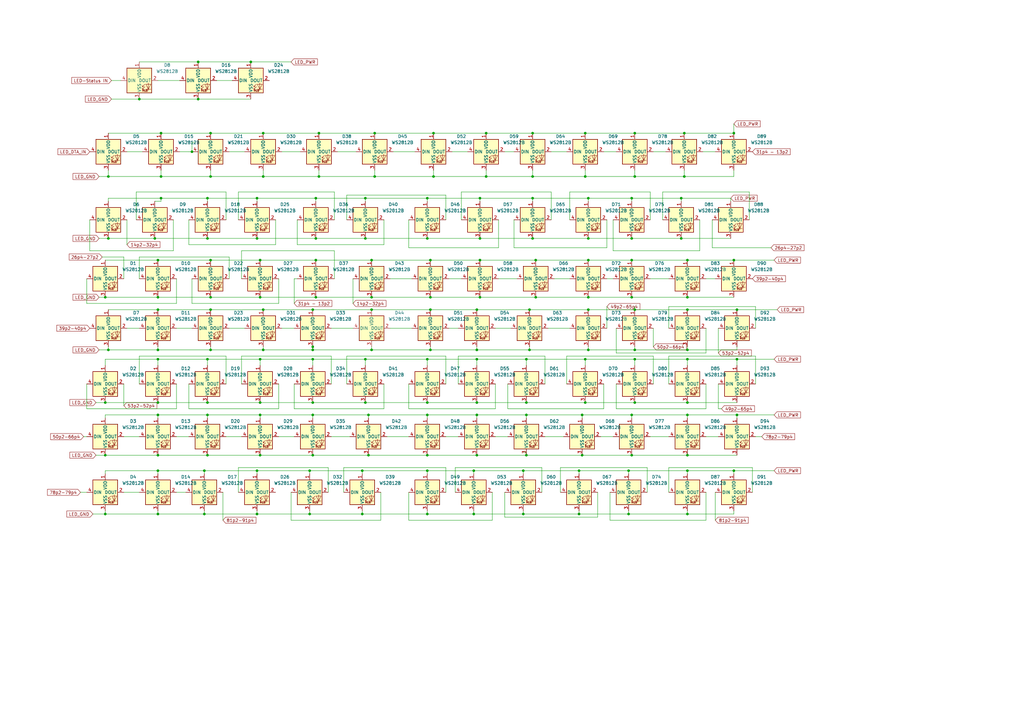
<source format=kicad_sch>
(kicad_sch (version 20231120) (generator "eeschema") (generator_version "8.0")
  (paper "A3")
  (title_block (title "No Arrows") (date "2024-11-04") (rev "1") (company "JJW Inc.") (comment 1 "For Dad") (comment 2 "Controler"))
  (junction (at 149.86 81.28))
  (junction (at 260.35 143.51))
  (junction (at 199.39 72.39))
  (junction (at 240.03 54.61))
  (junction (at 241.3 106.68))
  (junction (at 64.77 143.51))
  (junction (at 149.86 97.79))
  (junction (at 64.77 127))
  (junction (at 86.36 54.61))
  (junction (at 176.53 127))
  (junction (at 177.8 72.39))
  (junction (at 196.85 106.68))
  (junction (at 281.94 121.92))
  (junction (at 129.54 121.92))
  (junction (at 128.27 142.24))
  (junction (at 106.68 170.18))
  (junction (at 128.27 147.32))
  (junction (at 241.3 97.79))
  (junction (at 152.4 143.51))
  (junction (at 64.77 121.92))
  (junction (at 85.09 147.32))
  (junction (at 149.86 165.1))
  (junction (at 107.95 72.39))
  (junction (at 81.28 25.4))
  (junction (at 106.68 121.92))
  (junction (at 281.94 127))
  (junction (at 259.08 170.18))
  (junction (at 106.68 147.32))
  (junction (at 64.77 186.69))
  (junction (at 105.41 193.04))
  (junction (at 81.28 40.64))
  (junction (at 43.18 121.92))
  (junction (at 281.94 106.68))
  (junction (at 128.27 143.51))
  (junction (at 175.26 193.04))
  (junction (at 237.49 210.82))
  (junction (at 175.26 170.18))
  (junction (at 128.27 170.18))
  (junction (at 129.54 97.79))
  (junction (at 217.17 127))
  (junction (at 85.09 165.1))
  (junction (at 129.54 106.68))
  (junction (at 127 193.04))
  (junction (at 106.68 106.68))
  (junction (at 85.09 81.28))
  (junction (at 176.53 106.68))
  (junction (at 281.94 165.1))
  (junction (at 107.95 127))
  (junction (at 300.99 54.61))
  (junction (at 281.94 186.69))
  (junction (at 64.77 106.68))
  (junction (at 153.67 72.39))
  (junction (at 259.08 186.69))
  (junction (at 240.03 147.32))
  (junction (at 153.67 54.61))
  (junction (at 78.74 62.23))
  (junction (at 214.63 210.82))
  (junction (at 215.9 147.32))
  (junction (at 241.3 121.92))
  (junction (at 241.3 143.51))
  (junction (at 63.5 97.79))
  (junction (at 152.4 121.92))
  (junction (at 280.67 54.61))
  (junction (at 86.36 143.51))
  (junction (at 215.9 186.69))
  (junction (at 195.58 165.1))
  (junction (at 302.26 147.32))
  (junction (at 127 210.82))
  (junction (at 176.53 143.51))
  (junction (at 107.95 54.61))
  (junction (at 257.81 210.82))
  (junction (at 195.58 186.69))
  (junction (at 218.44 54.61))
  (junction (at 279.4 81.28))
  (junction (at 195.58 147.32))
  (junction (at 64.77 193.04))
  (junction (at 128.27 186.69))
  (junction (at 149.86 147.32))
  (junction (at 44.45 97.79))
  (junction (at 102.87 25.4))
  (junction (at 152.4 106.68))
  (junction (at 196.85 81.28))
  (junction (at 175.26 97.79))
  (junction (at 57.15 40.64))
  (junction (at 83.82 193.04))
  (junction (at 175.26 186.69))
  (junction (at 302.26 127))
  (junction (at 218.44 81.28))
  (junction (at 302.26 170.18))
  (junction (at 86.36 127))
  (junction (at 260.35 72.39))
  (junction (at 215.9 165.1))
  (junction (at 281.94 193.04))
  (junction (at 199.39 54.61))
  (junction (at 196.85 121.92))
  (junction (at 259.08 97.79))
  (junction (at 105.41 210.82))
  (junction (at 281.94 210.82))
  (junction (at 260.35 165.1))
  (junction (at 175.26 147.32))
  (junction (at 86.36 72.39))
  (junction (at 64.77 147.32))
  (junction (at 194.31 193.04))
  (junction (at 83.82 210.82))
  (junction (at 43.18 165.1))
  (junction (at 152.4 127))
  (junction (at 85.09 186.69))
  (junction (at 215.9 170.18))
  (junction (at 44.45 143.51))
  (junction (at 240.03 165.1))
  (junction (at 238.76 170.18))
  (junction (at 66.04 54.61))
  (junction (at 195.58 127))
  (junction (at 260.35 147.32))
  (junction (at 214.63 193.04))
  (junction (at 219.71 121.92))
  (junction (at 175.26 210.82))
  (junction (at 148.59 193.04))
  (junction (at 130.81 72.39))
  (junction (at 217.17 143.51))
  (junction (at 128.27 165.1))
  (junction (at 66.04 72.39))
  (junction (at 218.44 97.79))
  (junction (at 241.3 81.28))
  (junction (at 151.13 170.18))
  (junction (at 86.36 121.92))
  (junction (at 107.95 143.51))
  (junction (at 241.3 127))
  (junction (at 130.81 54.61))
  (junction (at 257.81 193.04))
  (junction (at 66.04 81.28))
  (junction (at 64.77 170.18))
  (junction (at 64.77 210.82))
  (junction (at 238.76 186.69))
  (junction (at 44.45 72.39))
  (junction (at 281.94 143.51))
  (junction (at 281.94 170.18))
  (junction (at 195.58 170.18))
  (junction (at 260.35 127))
  (junction (at 85.09 97.79))
  (junction (at 218.44 72.39))
  (junction (at 43.18 186.69))
  (junction (at 106.68 165.1))
  (junction (at 194.31 210.82))
  (junction (at 85.09 170.18))
  (junction (at 177.8 54.61))
  (junction (at 176.53 121.92))
  (junction (at 237.49 193.04))
  (junction (at 281.94 147.32))
  (junction (at 129.54 81.28))
  (junction (at 128.27 127))
  (junction (at 175.26 165.1))
  (junction (at 175.26 81.28))
  (junction (at 259.08 121.92))
  (junction (at 105.41 97.79))
  (junction (at 279.4 97.79))
  (junction (at 259.08 81.28))
  (junction (at 260.35 54.61))
  (junction (at 300.99 193.04))
  (junction (at 219.71 106.68))
  (junction (at 259.08 106.68))
  (junction (at 280.67 72.39))
  (junction (at 148.59 210.82))
  (junction (at 240.03 72.39))
  (junction (at 43.18 210.82))
  (junction (at 64.77 165.1))
  (junction (at 195.58 143.51))
  (junction (at 300.99 106.68))
  (junction (at 105.41 81.28))
  (junction (at 151.13 186.69))
  (junction (at 106.68 186.69))
  (junction (at 196.85 97.79))
  (junction (at 86.36 106.68))
  (wire (pts (xy 157.48 157.48) (xy 157.48 167.64)))
  (wire (pts (xy 50.8 179.07) (xy 57.15 179.07)))
  (wire (pts (xy 266.7 114.3) (xy 274.32 114.3)))
  (wire (pts (xy 52.07 62.23) (xy 58.42 62.23)))
  (wire (pts (xy 153.67 54.61) (xy 177.8 54.61)))
  (wire (pts (xy 302.26 143.51) (xy 281.94 143.51)))
  (wire (pts (xy 177.8 72.39) (xy 177.8 69.85)))
  (wire (pts (xy 204.47 114.3) (xy 212.09 114.3)))
  (wire (pts (xy 45.72 40.64) (xy 57.15 40.64)))
  (wire (pts (xy 203.2 167.64) (xy 167.64 167.64)))
  (wire (pts (xy 43.18 193.04) (xy 64.77 193.04)))
  (wire (pts (xy 52.07 134.62) (xy 57.15 134.62)))
  (wire (pts (xy 247.65 167.64) (xy 208.28 167.64)))
  (wire (pts (xy 294.64 167.64) (xy 295.91 167.64)))
  (wire (pts (xy 99.06 102.87) (xy 99.06 114.3)))
  (wire (pts (xy 175.26 210.82) (xy 175.26 209.55)))
  (wire (pts (xy 196.85 82.55) (xy 196.85 81.28)))
  (wire (pts (xy 175.26 210.82) (xy 148.59 210.82)))
  (wire (pts (xy 167.64 101.6) (xy 204.47 101.6)))
  (wire (pts (xy 50.8 157.48) (xy 50.8 166.37)))
  (wire (pts (xy 280.67 72.39) (xy 300.99 72.39)))
  (wire (pts (xy 73.66 62.23) (xy 78.74 62.23)))
  (wire (pts (xy 107.95 54.61) (xy 130.81 54.61)))
  (wire (pts (xy 64.77 170.18) (xy 85.09 170.18)))
  (wire (pts (xy 130.81 54.61) (xy 153.67 54.61)))
  (wire (pts (xy 93.98 134.62) (xy 100.33 134.62)))
  (wire (pts (xy 175.26 81.28) (xy 196.85 81.28)))
  (wire (pts (xy 302.26 170.18) (xy 302.26 171.45)))
  (wire (pts (xy 152.4 143.51) (xy 128.27 143.51)))
  (wire (pts (xy 210.82 90.17) (xy 210.82 101.6)))
  (wire (pts (xy 40.64 143.51) (xy 44.45 143.51)))
  (wire (pts (xy 281.94 165.1) (xy 302.26 165.1)))
  (wire (pts (xy 114.3 167.64) (xy 77.47 167.64)))
  (wire (pts (xy 81.28 25.4) (xy 102.87 25.4)))
  (wire (pts (xy 300.99 210.82) (xy 281.94 210.82)))
  (wire (pts (xy 71.12 102.87) (xy 71.12 90.17)))
  (wire (pts (xy 267.97 62.23) (xy 273.05 62.23)))
  (wire (pts (xy 106.68 147.32) (xy 106.68 149.86)))
  (wire (pts (xy 64.77 210.82) (xy 43.18 210.82)))
  (wire (pts (xy 281.94 193.04) (xy 300.99 193.04)))
  (wire (pts (xy 260.35 127) (xy 260.35 125.73)))
  (wire (pts (xy 156.21 201.93) (xy 156.21 213.36)))
  (wire (pts (xy 64.77 165.1) (xy 85.09 165.1)))
  (wire (pts (xy 152.4 127) (xy 176.53 127)))
  (wire (pts (xy 153.67 72.39) (xy 177.8 72.39)))
  (wire (pts (xy 252.73 144.78) (xy 252.73 134.62)))
  (wire (pts (xy 241.3 143.51) (xy 241.3 142.24)))
  (wire (pts (xy 210.82 101.6) (xy 248.92 101.6)))
  (wire (pts (xy 64.77 106.68) (xy 86.36 106.68)))
  (wire (pts (xy 300.99 193.04) (xy 317.5 193.04)))
  (wire (pts (xy 35.56 114.3) (xy 35.56 124.46)))
  (wire (pts (xy 300.99 50.8) (xy 300.99 54.61)))
  (wire (pts (xy 50.8 201.93) (xy 57.15 201.93)))
  (wire (pts (xy 204.47 101.6) (xy 204.47 90.17)))
  (wire (pts (xy 33.02 201.93) (xy 35.56 201.93)))
  (wire (pts (xy 194.31 210.82) (xy 194.31 209.55)))
  (wire (pts (xy 105.41 81.28) (xy 129.54 81.28)))
  (wire (pts (xy 246.38 179.07) (xy 251.46 179.07)))
  (wire (pts (xy 214.63 210.82) (xy 194.31 210.82)))
  (wire (pts (xy 241.3 121.92) (xy 219.71 121.92)))
  (wire (pts (xy 129.54 106.68) (xy 152.4 106.68)))
  (wire (pts (xy 218.44 72.39) (xy 240.03 72.39)))
  (wire (pts (xy 307.34 78.74) (xy 307.34 90.17)))
  (wire (pts (xy 135.89 146.05) (xy 99.06 146.05)))
  (wire (pts (xy 140.97 191.77) (xy 140.97 201.93)))
  (wire (pts (xy 106.68 121.92) (xy 129.54 121.92)))
  (wire (pts (xy 259.08 81.28) (xy 241.3 81.28)))
  (wire (pts (xy 185.42 62.23) (xy 191.77 62.23)))
  (wire (pts (xy 199.39 54.61) (xy 218.44 54.61)))
  (wire (pts (xy 266.7 78.74) (xy 266.7 90.17)))
  (wire (pts (xy 129.54 97.79) (xy 149.86 97.79)))
  (wire (pts (xy 64.77 209.55) (xy 64.77 210.82)))
  (wire (pts (xy 308.61 201.93) (xy 308.61 191.77)))
  (wire (pts (xy 83.82 210.82) (xy 83.82 209.55)))
  (wire (pts (xy 63.5 82.55) (xy 66.04 82.55)))
  (wire (pts (xy 85.09 186.69) (xy 106.68 186.69)))
  (wire (pts (xy 88.9 33.02) (xy 95.25 33.02)))
  (wire (pts (xy 130.81 72.39) (xy 153.67 72.39)))
  (wire (pts (xy 259.08 97.79) (xy 279.4 97.79)))
  (wire (pts (xy 195.58 127) (xy 217.17 127)))
  (wire (pts (xy 218.44 97.79) (xy 241.3 97.79)))
  (wire (pts (xy 43.18 121.92) (xy 64.77 121.92)))
  (wire (pts (xy 121.92 90.17) (xy 121.92 100.33)))
  (wire (pts (xy 106.68 147.32) (xy 128.27 147.32)))
  (wire (pts (xy 137.16 114.3) (xy 137.16 102.87)))
  (wire (pts (xy 157.48 167.64) (xy 120.65 167.64)))
  (wire (pts (xy 86.36 143.51) (xy 64.77 143.51)))
  (wire (pts (xy 149.86 82.55) (xy 149.86 81.28)))
  (wire (pts (xy 196.85 106.68) (xy 219.71 106.68)))
  (wire (pts (xy 175.26 97.79) (xy 196.85 97.79)))
  (wire (pts (xy 287.02 102.87) (xy 287.02 90.17)))
  (wire (pts (xy 281.94 106.68) (xy 300.99 106.68)))
  (wire (pts (xy 85.09 171.45) (xy 85.09 170.18)))
  (wire (pts (xy 302.26 147.32) (xy 317.5 147.32)))
  (wire (pts (xy 66.04 82.55) (xy 66.04 81.28)))
  (wire (pts (xy 182.88 80.01) (xy 182.88 90.17)))
  (wire (pts (xy 39.37 165.1) (xy 43.18 165.1)))
  (wire (pts (xy 260.35 143.51) (xy 260.35 142.24)))
  (wire (pts (xy 85.09 82.55) (xy 85.09 81.28)))
  (wire (pts (xy 86.36 127) (xy 107.95 127)))
  (wire (pts (xy 217.17 143.51) (xy 241.3 143.51)))
  (wire (pts (xy 318.77 127) (xy 302.26 127)))
  (wire (pts (xy 281.94 185.42) (xy 281.94 186.69)))
  (wire (pts (xy 226.06 62.23) (xy 232.41 62.23)))
  (wire (pts (xy 260.35 127) (xy 281.94 127)))
  (wire (pts (xy 300.99 121.92) (xy 281.94 121.92)))
  (wire (pts (xy 189.23 78.74) (xy 226.06 78.74)))
  (wire (pts (xy 196.85 121.92) (xy 176.53 121.92)))
  (wire (pts (xy 203.2 179.07) (xy 208.28 179.07)))
  (wire (pts (xy 77.47 90.17) (xy 77.47 100.33)))
  (wire (pts (xy 66.04 54.61) (xy 86.36 54.61)))
  (wire (pts (xy 175.26 147.32) (xy 195.58 147.32)))
  (wire (pts (xy 226.06 78.74) (xy 226.06 90.17)))
  (wire (pts (xy 175.26 147.32) (xy 175.26 149.86)))
  (wire (pts (xy 72.39 157.48) (xy 72.39 167.64)))
  (wire (pts (xy 240.03 147.32) (xy 240.03 149.86)))
  (wire (pts (xy 130.81 72.39) (xy 130.81 69.85)))
  (wire (pts (xy 149.86 97.79) (xy 175.26 97.79)))
  (wire (pts (xy 300.99 194.31) (xy 300.99 193.04)))
  (wire (pts (xy 259.08 171.45) (xy 259.08 170.18)))
  (wire (pts (xy 83.82 193.04) (xy 83.82 194.31)))
  (wire (pts (xy 128.27 140.97) (xy 128.27 142.24)))
  (wire (pts (xy 241.3 143.51) (xy 260.35 143.51)))
  (wire (pts (xy 66.04 72.39) (xy 66.04 69.85)))
  (wire (pts (xy 274.32 146.05) (xy 274.32 157.48)))
  (wire (pts (xy 120.65 114.3) (xy 121.92 114.3)))
  (wire (pts (xy 114.3 179.07) (xy 120.65 179.07)))
  (wire (pts (xy 156.21 213.36) (xy 119.38 213.36)))
  (wire (pts (xy 127 193.04) (xy 127 194.31)))
  (wire (pts (xy 64.77 170.18) (xy 64.77 171.45)))
  (wire (pts (xy 45.72 33.02) (xy 49.53 33.02)))
  (wire (pts (xy 40.64 97.79) (xy 44.45 97.79)))
  (wire (pts (xy 135.89 179.07) (xy 143.51 179.07)))
  (wire (pts (xy 44.45 142.24) (xy 44.45 143.51)))
  (wire (pts (xy 148.59 193.04) (xy 175.26 193.04)))
  (wire (pts (xy 77.47 100.33) (xy 113.03 100.33)))
  (wire (pts (xy 78.74 62.23) (xy 78.74 58.42)))
  (wire (pts (xy 64.77 193.04) (xy 83.82 193.04)))
  (wire (pts (xy 233.68 78.74) (xy 266.7 78.74)))
  (wire (pts (xy 43.18 170.18) (xy 43.18 171.45)))
  (wire (pts (xy 267.97 157.48) (xy 267.97 146.05)))
  (wire (pts (xy 289.56 157.48) (xy 289.56 167.64)))
  (wire (pts (xy 237.49 193.04) (xy 257.81 193.04)))
  (wire (pts (xy 293.37 201.93) (xy 293.37 213.36)))
  (wire (pts (xy 218.44 72.39) (xy 218.44 69.85)))
  (wire (pts (xy 223.52 157.48) (xy 223.52 146.05)))
  (wire (pts (xy 152.4 106.68) (xy 176.53 106.68)))
  (wire (pts (xy 134.62 191.77) (xy 97.79 191.77)))
  (wire (pts (xy 199.39 72.39) (xy 199.39 69.85)))
  (wire (pts (xy 279.4 97.79) (xy 299.72 97.79)))
  (wire (pts (xy 72.39 134.62) (xy 78.74 134.62)))
  (wire (pts (xy 72.39 167.64) (xy 35.56 167.64)))
  (wire (pts (xy 175.26 170.18) (xy 195.58 170.18)))
  (wire (pts (xy 129.54 121.92) (xy 152.4 121.92)))
  (wire (pts (xy 217.17 143.51) (xy 195.58 143.51)))
  (wire (pts (xy 252.73 167.64) (xy 252.73 157.48)))
  (wire (pts (xy 64.77 147.32) (xy 85.09 147.32)))
  (wire (pts (xy 92.71 146.05) (xy 57.15 146.05)))
  (wire (pts (xy 240.03 147.32) (xy 260.35 147.32)))
  (wire (pts (xy 40.64 121.92) (xy 43.18 121.92)))
  (wire (pts (xy 64.77 147.32) (xy 64.77 149.86)))
  (wire (pts (xy 281.94 194.31) (xy 281.94 193.04)))
  (wire (pts (xy 152.4 143.51) (xy 152.4 142.24)))
  (wire (pts (xy 97.79 78.74) (xy 137.16 78.74)))
  (wire (pts (xy 107.95 143.51) (xy 128.27 143.51)))
  (wire (pts (xy 107.95 127) (xy 128.27 127)))
  (wire (pts (xy 105.41 210.82) (xy 105.41 209.55)))
  (wire (pts (xy 114.3 157.48) (xy 114.3 167.64)))
  (wire (pts (xy 271.78 78.74) (xy 307.34 78.74)))
  (wire (pts (xy 64.77 121.92) (xy 86.36 121.92)))
  (wire (pts (xy 128.27 171.45) (xy 128.27 170.18)))
  (wire (pts (xy 194.31 193.04) (xy 214.63 193.04)))
  (wire (pts (xy 86.36 72.39) (xy 107.95 72.39)))
  (wire (pts (xy 240.03 54.61) (xy 260.35 54.61)))
  (wire (pts (xy 294.64 134.62) (xy 294.64 144.78)))
  (wire (pts (xy 43.18 165.1) (xy 64.77 165.1)))
  (wire (pts (xy 267.97 146.05) (xy 232.41 146.05)))
  (wire (pts (xy 240.03 72.39) (xy 260.35 72.39)))
  (wire (pts (xy 201.93 213.36) (xy 167.64 213.36)))
  (wire (pts (xy 128.27 127) (xy 152.4 127)))
  (wire (pts (xy 260.35 72.39) (xy 260.35 69.85)))
  (wire (pts (xy 85.09 165.1) (xy 106.68 165.1)))
  (wire (pts (xy 128.27 142.24) (xy 128.27 143.51)))
  (wire (pts (xy 85.09 97.79) (xy 105.41 97.79)))
  (wire (pts (xy 138.43 62.23) (xy 146.05 62.23)))
  (wire (pts (xy 57.15 146.05) (xy 57.15 157.48)))
  (wire (pts (xy 106.68 106.68) (xy 129.54 106.68)))
  (wire (pts (xy 86.36 143.51) (xy 107.95 143.51)))
  (wire (pts (xy 44.45 97.79) (xy 63.5 97.79)))
  (wire (pts (xy 120.65 167.64) (xy 120.65 157.48)))
  (wire (pts (xy 308.61 191.77) (xy 274.32 191.77)))
  (wire (pts (xy 309.88 125.73) (xy 274.32 125.73)))
  (wire (pts (xy 148.59 210.82) (xy 148.59 209.55)))
  (wire (pts (xy 280.67 72.39) (xy 280.67 69.85)))
  (wire (pts (xy 279.4 81.28) (xy 279.4 82.55)))
  (wire (pts (xy 182.88 146.05) (xy 142.24 146.05)))
  (wire (pts (xy 72.39 201.93) (xy 76.2 201.93)))
  (wire (pts (xy 86.36 142.24) (xy 86.36 143.51)))
  (wire (pts (xy 50.8 105.41) (xy 41.91 105.41)))
  (wire (pts (xy 44.45 81.28) (xy 66.04 81.28)))
  (wire (pts (xy 36.83 102.87) (xy 71.12 102.87)))
  (wire (pts (xy 309.88 179.07) (xy 312.42 179.07)))
  (wire (pts (xy 35.56 167.64) (xy 35.56 157.48)))
  (wire (pts (xy 241.3 106.68) (xy 259.08 106.68)))
  (wire (pts (xy 217.17 143.51) (xy 217.17 142.24)))
  (wire (pts (xy 182.88 201.93) (xy 182.88 191.77)))
  (wire (pts (xy 260.35 147.32) (xy 260.35 149.86)))
  (wire (pts (xy 176.53 143.51) (xy 176.53 142.24)))
  (wire (pts (xy 288.29 62.23) (xy 293.37 62.23)))
  (wire (pts (xy 85.09 81.28) (xy 105.41 81.28)))
  (wire (pts (xy 57.15 25.4) (xy 81.28 25.4)))
  (wire (pts (xy 274.32 125.73) (xy 274.32 134.62)))
  (wire (pts (xy 43.18 147.32) (xy 64.77 147.32)))
  (wire (pts (xy 161.29 62.23) (xy 170.18 62.23)))
  (wire (pts (xy 248.92 114.3) (xy 251.46 114.3)))
  (wire (pts (xy 207.01 62.23) (xy 210.82 62.23)))
  (wire (pts (xy 289.56 114.3) (xy 293.37 114.3)))
  (wire (pts (xy 92.71 179.07) (xy 99.06 179.07)))
  (wire (pts (xy 245.11 212.09) (xy 207.01 212.09)))
  (wire (pts (xy 115.57 62.23) (xy 123.19 62.23)))
  (wire (pts (xy 107.95 72.39) (xy 130.81 72.39)))
  (wire (pts (xy 215.9 171.45) (xy 215.9 170.18)))
  (wire (pts (xy 259.08 81.28) (xy 259.08 82.55)))
  (wire (pts (xy 299.72 81.28) (xy 299.72 82.55)))
  (wire (pts (xy 184.15 134.62) (xy 187.96 134.62)))
  (wire (pts (xy 175.26 171.45) (xy 175.26 170.18)))
  (wire (pts (xy 175.26 186.69) (xy 195.58 186.69)))
  (wire (pts (xy 107.95 143.51) (xy 107.95 142.24)))
  (wire (pts (xy 309.88 134.62) (xy 309.88 125.73)))
  (wire (pts (xy 289.56 144.78) (xy 252.73 144.78)))
  (wire (pts (xy 189.23 90.17) (xy 189.23 78.74)))
  (wire (pts (xy 83.82 193.04) (xy 105.41 193.04)))
  (wire (pts (xy 259.08 170.18) (xy 238.76 170.18)))
  (wire (pts (xy 241.3 97.79) (xy 259.08 97.79)))
  (wire (pts (xy 64.77 143.51) (xy 44.45 143.51)))
  (wire (pts (xy 91.44 201.93) (xy 91.44 213.36)))
  (wire (pts (xy 128.27 186.69) (xy 151.13 186.69)))
  (wire (pts (xy 219.71 106.68) (xy 241.3 106.68)))
  (wire (pts (xy 219.71 121.92) (xy 196.85 121.92)))
  (wire (pts (xy 182.88 157.48) (xy 182.88 146.05)))
  (wire (pts (xy 195.58 171.45) (xy 195.58 170.18)))
  (wire (pts (xy 195.58 143.51) (xy 195.58 142.24)))
  (wire (pts (xy 238.76 170.18) (xy 215.9 170.18)))
  (wire (pts (xy 44.45 127) (xy 64.77 127)))
  (wire (pts (xy 215.9 165.1) (xy 240.03 165.1)))
  (wire (pts (xy 127 210.82) (xy 127 209.55)))
  (wire (pts (xy 215.9 147.32) (xy 215.9 149.86)))
  (wire (pts (xy 281.94 210.82) (xy 281.94 209.55)))
  (wire (pts (xy 99.06 146.05) (xy 99.06 157.48)))
  (wire (pts (xy 187.96 146.05) (xy 187.96 157.48)))
  (wire (pts (xy 128.27 147.32) (xy 128.27 149.86)))
  (wire (pts (xy 251.46 102.87) (xy 287.02 102.87)))
  (wire (pts (xy 149.86 147.32) (xy 149.86 149.86)))
  (wire (pts (xy 86.36 72.39) (xy 86.36 69.85)))
  (wire (pts (xy 195.58 147.32) (xy 215.9 147.32)))
  (wire (pts (xy 223.52 179.07) (xy 231.14 179.07)))
  (wire (pts (xy 195.58 147.32) (xy 195.58 149.86)))
  (wire (pts (xy 265.43 191.77) (xy 229.87 191.77)))
  (wire (pts (xy 176.53 121.92) (xy 152.4 121.92)))
  (wire (pts (xy 135.89 157.48) (xy 135.89 146.05)))
  (wire (pts (xy 72.39 179.07) (xy 77.47 179.07)))
  (wire (pts (xy 259.08 106.68) (xy 281.94 106.68)))
  (wire (pts (xy 222.25 191.77) (xy 186.69 191.77)))
  (wire (pts (xy 167.64 167.64) (xy 167.64 157.48)))
  (wire (pts (xy 176.53 106.68) (xy 196.85 106.68)))
  (wire (pts (xy 279.4 81.28) (xy 299.72 81.28)))
  (wire (pts (xy 43.18 186.69) (xy 64.77 186.69)))
  (wire (pts (xy 194.31 194.31) (xy 194.31 193.04)))
  (wire (pts (xy 215.9 186.69) (xy 215.9 185.42)))
  (wire (pts (xy 289.56 134.62) (xy 289.56 144.78)))
  (wire (pts (xy 175.26 194.31) (xy 175.26 193.04)))
  (wire (pts (xy 302.26 147.32) (xy 302.26 149.86)))
  (wire (pts (xy 157.48 100.33) (xy 157.48 90.17)))
  (wire (pts (xy 218.44 54.61) (xy 240.03 54.61)))
  (wire (pts (xy 148.59 210.82) (xy 127 210.82)))
  (wire (pts (xy 64.77 142.24) (xy 64.77 143.51)))
  (wire (pts (xy 195.58 127) (xy 176.53 127)))
  (wire (pts (xy 97.79 191.77) (xy 97.79 201.93)))
  (wire (pts (xy 300.99 72.39) (xy 300.99 69.85)))
  (wire (pts (xy 153.67 72.39) (xy 153.67 69.85)))
  (wire (pts (xy 259.08 186.69) (xy 281.94 186.69)))
  (wire (pts (xy 292.1 101.6) (xy 316.23 101.6)))
  (wire (pts (xy 120.65 114.3) (xy 120.65 124.46)))
  (wire (pts (xy 260.35 72.39) (xy 280.67 72.39)))
  (wire (pts (xy 129.54 81.28) (xy 149.86 81.28)))
  (wire (pts (xy 238.76 171.45) (xy 238.76 170.18)))
  (wire (pts (xy 149.86 147.32) (xy 175.26 147.32)))
  (wire (pts (xy 106.68 165.1) (xy 128.27 165.1)))
  (wire (pts (xy 93.98 62.23) (xy 100.33 62.23)))
  (wire (pts (xy 232.41 146.05) (xy 232.41 157.48)))
  (wire (pts (xy 44.45 72.39) (xy 66.04 72.39)))
  (wire (pts (xy 227.33 114.3) (xy 233.68 114.3)))
  (wire (pts (xy 167.64 213.36) (xy 167.64 201.93)))
  (wire (pts (xy 72.39 124.46) (xy 72.39 114.3)))
  (wire (pts (xy 257.81 193.04) (xy 281.94 193.04)))
  (wire (pts (xy 177.8 54.61) (xy 199.39 54.61)))
  (wire (pts (xy 203.2 134.62) (xy 209.55 134.62)))
  (wire (pts (xy 247.65 62.23) (xy 252.73 62.23)))
  (wire (pts (xy 260.35 147.32) (xy 281.94 147.32)))
  (wire (pts (xy 265.43 201.93) (xy 265.43 191.77)))
  (wire (pts (xy 158.75 179.07) (xy 167.64 179.07)))
  (wire (pts (xy 289.56 167.64) (xy 252.73 167.64)))
  (wire (pts (xy 195.58 165.1) (xy 215.9 165.1)))
  (wire (pts (xy 257.81 194.31) (xy 257.81 193.04)))
  (wire (pts (xy 114.3 124.46) (xy 114.3 114.3)))
  (wire (pts (xy 160.02 134.62) (xy 168.91 134.62)))
  (wire (pts (xy 40.64 72.39) (xy 44.45 72.39)))
  (wire (pts (xy 201.93 201.93) (xy 201.93 213.36)))
  (wire (pts (xy 289.56 179.07) (xy 294.64 179.07)))
  (wire (pts (xy 292.1 90.17) (xy 292.1 101.6)))
  (wire (pts (xy 64.77 194.31) (xy 64.77 193.04)))
  (wire (pts (xy 78.74 58.42) (xy 80.01 58.42)))
  (wire (pts (xy 300.99 210.82) (xy 300.99 209.55)))
  (wire (pts (xy 148.59 193.04) (xy 127 193.04)))
  (wire (pts (xy 260.35 54.61) (xy 280.67 54.61)))
  (wire (pts (xy 105.41 210.82) (xy 83.82 210.82)))
  (wire (pts (xy 289.56 213.36) (xy 250.19 213.36)))
  (wire (pts (xy 233.68 90.17) (xy 233.68 78.74)))
  (wire (pts (xy 149.86 81.28) (xy 175.26 81.28)))
  (wire (pts (xy 245.11 201.93) (xy 245.11 212.09)))
  (wire (pts (xy 34.29 179.07) (xy 35.56 179.07)))
  (wire (pts (xy 175.26 82.55) (xy 175.26 81.28)))
  (wire (pts (xy 317.5 106.68) (xy 300.99 106.68)))
  (wire (pts (xy 274.32 191.77) (xy 274.32 201.93)))
  (wire (pts (xy 281.94 143.51) (xy 260.35 143.51)))
  (wire (pts (xy 302.26 170.18) (xy 317.5 170.18)))
  (wire (pts (xy 105.41 193.04) (xy 105.41 194.31)))
  (wire (pts (xy 214.63 210.82) (xy 214.63 209.55)))
  (wire (pts (xy 43.18 193.04) (xy 43.18 194.31)))
  (wire (pts (xy 218.44 81.28) (xy 241.3 81.28)))
  (wire (pts (xy 207.01 212.09) (xy 207.01 201.93)))
  (wire (pts (xy 260.35 165.1) (xy 281.94 165.1)))
  (wire (pts (xy 281.94 147.32) (xy 302.26 147.32)))
  (wire (pts (xy 194.31 210.82) (xy 175.26 210.82)))
  (wire (pts (xy 218.44 82.55) (xy 218.44 81.28)))
  (wire (pts (xy 259.08 81.28) (xy 279.4 81.28)))
  (wire (pts (xy 105.41 193.04) (xy 127 193.04)))
  (wire (pts (xy 241.3 127) (xy 260.35 127)))
  (wire (pts (xy 177.8 72.39) (xy 199.39 72.39)))
  (wire (pts (xy 196.85 97.79) (xy 218.44 97.79)))
  (wire (pts (xy 106.68 170.18) (xy 128.27 170.18)))
  (wire (pts (xy 217.17 127) (xy 241.3 127)))
  (wire (pts (xy 86.36 106.68) (xy 106.68 106.68)))
  (wire (pts (xy 247.65 157.48) (xy 247.65 167.64)))
  (wire (pts (xy 128.27 147.32) (xy 149.86 147.32)))
  (wire (pts (xy 271.78 90.17) (xy 271.78 78.74)))
  (wire (pts (xy 66.04 81.28) (xy 85.09 81.28)))
  (wire (pts (xy 85.09 147.32) (xy 106.68 147.32)))
  (wire (pts (xy 44.45 82.55) (xy 44.45 81.28)))
  (wire (pts (xy 107.95 72.39) (xy 107.95 69.85)))
  (wire (pts (xy 43.18 210.82) (xy 43.18 209.55)))
  (wire (pts (xy 215.9 147.32) (xy 240.03 147.32)))
  (wire (pts (xy 175.26 193.04) (xy 194.31 193.04)))
  (wire (pts (xy 134.62 201.93) (xy 134.62 191.77)))
  (wire (pts (xy 222.25 201.93) (xy 222.25 191.77)))
  (wire (pts (xy 43.18 147.32) (xy 43.18 149.86)))
  (wire (pts (xy 294.64 157.48) (xy 294.64 167.64)))
  (wire (pts (xy 78.74 124.46) (xy 114.3 124.46)))
  (wire (pts (xy 50.8 105.41) (xy 50.8 114.3)))
  (wire (pts (xy 195.58 143.51) (xy 176.53 143.51)))
  (wire (pts (xy 186.69 191.77) (xy 186.69 201.93)))
  (wire (pts (xy 148.59 194.31) (xy 148.59 193.04)))
  (wire (pts (xy 281.94 186.69) (xy 302.26 186.69)))
  (wire (pts (xy 57.15 40.64) (xy 81.28 40.64)))
  (wire (pts (xy 85.09 147.32) (xy 85.09 149.86)))
  (wire (pts (xy 142.24 90.17) (xy 142.24 80.01)))
  (wire (pts (xy 215.9 186.69) (xy 238.76 186.69)))
  (wire (pts (xy 237.49 194.31) (xy 237.49 193.04)))
  (wire (pts (xy 97.79 90.17) (xy 97.79 78.74)))
  (wire (pts (xy 281.94 127) (xy 302.26 127)))
  (wire (pts (xy 250.19 213.36) (xy 250.19 201.93)))
  (wire (pts (xy 237.49 210.82) (xy 237.49 209.55)))
  (wire (pts (xy 119.38 213.36) (xy 119.38 201.93)))
  (wire (pts (xy 214.63 185.42) (xy 215.9 185.42)))
  (wire (pts (xy 259.08 121.92) (xy 241.3 121.92)))
  (wire (pts (xy 55.88 78.74) (xy 92.71 78.74)))
  (wire (pts (xy 63.5 97.79) (xy 85.09 97.79)))
  (wire (pts (xy 281.94 210.82) (xy 257.81 210.82)))
  (wire (pts (xy 223.52 146.05) (xy 187.96 146.05)))
  (wire (pts (xy 142.24 80.01) (xy 182.88 80.01)))
  (wire (pts (xy 240.03 165.1) (xy 260.35 165.1)))
  (wire (pts (xy 267.97 134.62) (xy 267.97 142.24)))
  (wire (pts (xy 128.27 165.1) (xy 149.86 165.1)))
  (wire (pts (xy 43.18 106.68) (xy 64.77 106.68)))
  (wire (pts (xy 248.92 134.62) (xy 248.92 125.73)))
  (wire (pts (xy 128.27 170.18) (xy 151.13 170.18)))
  (wire (pts (xy 199.39 72.39) (xy 218.44 72.39)))
  (wire (pts (xy 64.77 186.69) (xy 85.09 186.69)))
  (wire (pts (xy 195.58 170.18) (xy 215.9 170.18)))
  (wire (pts (xy 135.89 134.62) (xy 144.78 134.62)))
  (wire (pts (xy 38.1 210.82) (xy 43.18 210.82)))
  (wire (pts (xy 106.68 121.92) (xy 86.36 121.92)))
  (wire (pts (xy 93.98 105.41) (xy 93.98 114.3)))
  (wire (pts (xy 44.45 54.61) (xy 66.04 54.61)))
  (wire (pts (xy 224.79 134.62) (xy 233.68 134.62)))
  (wire (pts (xy 176.53 143.51) (xy 152.4 143.51)))
  (wire (pts (xy 127 210.82) (xy 105.41 210.82)))
  (wire (pts (xy 182.88 191.77) (xy 140.97 191.77)))
  (wire (pts (xy 78.74 114.3) (xy 78.74 124.46)))
  (wire (pts (xy 182.88 179.07) (xy 187.96 179.07)))
  (wire (pts (xy 281.94 171.45) (xy 281.94 170.18)))
  (wire (pts (xy 36.83 90.17) (xy 36.83 102.87)))
  (wire (pts (xy 208.28 167.64) (xy 208.28 157.48)))
  (wire (pts (xy 259.08 170.18) (xy 281.94 170.18)))
  (wire (pts (xy 281.94 170.18) (xy 302.26 170.18)))
  (wire (pts (xy 77.47 167.64) (xy 77.47 157.48)))
  (wire (pts (xy 144.78 114.3) (xy 144.78 124.46)))
  (wire (pts (xy 240.03 72.39) (xy 240.03 69.85)))
  (wire (pts (xy 92.71 78.74) (xy 92.71 90.17)))
  (wire (pts (xy 195.58 186.69) (xy 215.9 186.69)))
  (wire (pts (xy 115.57 134.62) (xy 120.65 134.62)))
  (wire (pts (xy 105.41 82.55) (xy 105.41 81.28)))
  (wire (pts (xy 66.04 72.39) (xy 86.36 72.39)))
  (wire (pts (xy 129.54 82.55) (xy 129.54 81.28)))
  (wire (pts (xy 44.45 69.85) (xy 44.45 72.39)))
  (wire (pts (xy 229.87 191.77) (xy 229.87 201.93)))
  (wire (pts (xy 137.16 102.87) (xy 99.06 102.87)))
  (wire (pts (xy 55.88 90.17) (xy 55.88 78.74)))
  (wire (pts (xy 281.94 149.86) (xy 281.94 147.32)))
  (wire (pts (xy 289.56 201.93) (xy 289.56 213.36)))
  (wire (pts (xy 248.92 101.6) (xy 248.92 90.17)))
  (wire (pts (xy 251.46 90.17) (xy 251.46 102.87)))
  (wire (pts (xy 257.81 210.82) (xy 237.49 210.82)))
  (wire (pts (xy 83.82 210.82) (xy 64.77 210.82)))
  (wire (pts (xy 214.63 194.31) (xy 214.63 193.04)))
  (wire (pts (xy 257.81 210.82) (xy 257.81 209.55)))
  (wire (pts (xy 102.87 25.4) (xy 119.38 25.4)))
  (wire (pts (xy 113.03 100.33) (xy 113.03 90.17)))
  (wire (pts (xy 302.26 143.51) (xy 302.26 142.24)))
  (wire (pts (xy 281.94 121.92) (xy 259.08 121.92)))
  (wire (pts (xy 64.77 33.02) (xy 73.66 33.02)))
  (wire (pts (xy 149.86 165.1) (xy 175.26 165.1)))
  (wire (pts (xy 281.94 143.51) (xy 281.94 142.24)))
  (wire (pts (xy 151.13 186.69) (xy 175.26 186.69)))
  (wire (pts (xy 237.49 210.82) (xy 214.63 210.82)))
  (wire (pts (xy 167.64 90.17) (xy 167.64 101.6)))
  (wire (pts (xy 309.88 146.05) (xy 274.32 146.05)))
  (wire (pts (xy 106.68 186.69) (xy 128.27 186.69)))
  (wire (pts (xy 105.41 97.79) (xy 129.54 97.79)))
  (wire (pts (xy 39.37 186.69) (xy 43.18 186.69)))
  (wire (pts (xy 81.28 40.64) (xy 102.87 40.64)))
  (wire (pts (xy 137.16 78.74) (xy 137.16 90.17)))
  (wire (pts (xy 160.02 114.3) (xy 168.91 114.3)))
  (wire (pts (xy 86.36 54.61) (xy 107.95 54.61)))
  (wire (pts (xy 57.15 114.3) (xy 57.15 105.41)))
  (wire (pts (xy 106.68 171.45) (xy 106.68 170.18)))
  (wire (pts (xy 57.15 105.41) (xy 93.98 105.41)))
  (wire (pts (xy 52.07 100.33) (xy 52.07 90.17)))
  (wire (pts (xy 121.92 100.33) (xy 157.48 100.33)))
  (wire (pts (xy 151.13 170.18) (xy 175.26 170.18)))
  (wire (pts (xy 151.13 171.45) (xy 151.13 170.18)))
  (wire (pts (xy 142.24 146.05) (xy 142.24 157.48)))
  (wire (pts (xy 64.77 127) (xy 86.36 127)))
  (wire (pts (xy 241.3 81.28) (xy 241.3 82.55)))
  (wire (pts (xy 92.71 157.48) (xy 92.71 146.05)))
  (wire (pts (xy 35.56 124.46) (xy 72.39 124.46)))
  (wire (pts (xy 203.2 157.48) (xy 203.2 167.64)))
  (wire (pts (xy 280.67 54.61) (xy 300.99 54.61)))
  (wire (pts (xy 266.7 179.07) (xy 274.32 179.07)))
  (wire (pts (xy 85.09 170.18) (xy 106.68 170.18)))
  (wire (pts (xy 175.26 165.1) (xy 195.58 165.1)))
  (wire (pts (xy 214.63 193.04) (xy 237.49 193.04)))
  (wire (pts (xy 43.18 170.18) (xy 64.77 170.18)))
  (wire (pts (xy 309.88 157.48) (xy 309.88 146.05)))
  (wire (pts (xy 196.85 81.28) (xy 218.44 81.28)))
  (wire (pts (xy 184.15 114.3) (xy 189.23 114.3)))
  (wire (pts (xy 259.08 186.69) (xy 238.76 186.69)))
  (global_label "LED_DTA_IN" (shape input) (at 36.83 62.23 180) (property "Intersheetrefs" "${INTERSHEET_REFS}" (effects (hide yes))))
  (global_label "39p2-40p4" (shape input) (at 36.83 134.62 180) (property "Intersheetrefs" "${INTERSHEET_REFS}" (effects (hide yes))))
  (global_label "LED_PWR" (shape input) (at 317.5 193.04 0) (property "Intersheetrefs" "${INTERSHEET_REFS}" (effects (hide yes))))
  (global_label "53p2-52p4" (shape input) (at 294.64 144.78 0) (property "Intersheetrefs" "${INTERSHEET_REFS}" (effects (hide yes))))
  (global_label "LED_PWR" (shape input) (at 317.5 170.18 0) (property "Intersheetrefs" "${INTERSHEET_REFS}" (effects (hide yes))))
  (global_label "LED_GND" (shape input) (at 40.64 72.39 180) (property "Intersheetrefs" "${INTERSHEET_REFS}" (effects (hide yes))))
  (global_label "LED_PWR" (shape input) (at 317.5 106.68 0) (property "Intersheetrefs" "${INTERSHEET_REFS}" (effects (hide yes))))
  (global_label "53p2-52p4" (shape input) (at 50.8 166.37 0) (property "Intersheetrefs" "${INTERSHEET_REFS}" (effects (hide yes))))
  (global_label "26p4-27p2" (shape input) (at 316.23 101.6 0) (property "Intersheetrefs" "${INTERSHEET_REFS}" (effects (hide yes))))
  (global_label "LED_PWR" (shape input) (at 119.38 25.4 0) (property "Intersheetrefs" "${INTERSHEET_REFS}" (effects (hide yes))))
  (global_label "LED_GND" (shape input) (at 40.64 97.79 180) (property "Intersheetrefs" "${INTERSHEET_REFS}" (effects (hide yes))))
  (global_label "LED_GND" (shape input) (at 45.72 40.64 180) (property "Intersheetrefs" "${INTERSHEET_REFS}" (effects (hide yes))))
  (global_label "14p2-32p4" (shape input) (at 52.07 100.33 0) (property "Intersheetrefs" "${INTERSHEET_REFS}" (effects (hide yes))))
  (global_label "49p2-65p4" (shape input) (at 295.91 167.64 0) (property "Intersheetrefs" "${INTERSHEET_REFS}" (effects (hide yes))))
  (global_label "LED_PWR" (shape input) (at 318.77 127 0) (property "Intersheetrefs" "${INTERSHEET_REFS}" (effects (hide yes))))
  (global_label "LED_PWR" (shape input) (at 317.5 147.32 0) (property "Intersheetrefs" "${INTERSHEET_REFS}" (effects (hide yes))))
  (global_label "31p4 - 13p2" (shape input) (at 308.61 62.23 0) (property "Intersheetrefs" "${INTERSHEET_REFS}" (effects (hide yes))))
  (global_label "31p4 - 13p2" (shape input) (at 120.65 124.46 0) (property "Intersheetrefs" "${INTERSHEET_REFS}" (effects (hide yes))))
  (global_label "LED_GND" (shape input) (at 40.64 121.92 180) (property "Intersheetrefs" "${INTERSHEET_REFS}" (effects (hide yes))))
  (global_label "LED_GND" (shape input) (at 40.64 143.51 180) (property "Intersheetrefs" "${INTERSHEET_REFS}" (effects (hide yes))))
  (global_label "LED_GND" (shape input) (at 38.1 210.82 180) (property "Intersheetrefs" "${INTERSHEET_REFS}" (effects (hide yes))))
  (global_label "81p2-91p4" (shape input) (at 293.37 213.36 0) (property "Intersheetrefs" "${INTERSHEET_REFS}" (effects (hide yes))))
  (global_label "39p2-40p4" (shape input) (at 308.61 114.3 0) (property "Intersheetrefs" "${INTERSHEET_REFS}" (effects (hide yes))))
  (global_label "26p4-27p2" (shape input) (at 41.91 105.41 180) (property "Intersheetrefs" "${INTERSHEET_REFS}" (effects (hide yes))))
  (global_label "LED_GND" (shape input) (at 39.37 165.1 180) (property "Intersheetrefs" "${INTERSHEET_REFS}" (effects (hide yes))))
  (global_label "LED_GND" (shape input) (at 39.37 186.69 180) (property "Intersheetrefs" "${INTERSHEET_REFS}" (effects (hide yes))))
  (global_label "49p2-65p4" (shape input) (at 248.92 125.73 0) (property "Intersheetrefs" "${INTERSHEET_REFS}" (effects (hide yes))))
  (global_label "50p2-66p4" (shape input) (at 34.29 179.07 180) (property "Intersheetrefs" "${INTERSHEET_REFS}" (effects (hide yes))))
  (global_label "78p2-79p4" (shape input) (at 33.02 201.93 180) (property "Intersheetrefs" "${INTERSHEET_REFS}" (effects (hide yes))))
  (global_label "14p2-32p4" (shape input) (at 144.78 124.46 0) (property "Intersheetrefs" "${INTERSHEET_REFS}" (effects (hide yes))))
  (global_label "50p2-66p4" (shape input) (at 267.97 142.24 0) (property "Intersheetrefs" "${INTERSHEET_REFS}" (effects (hide yes))))
  (global_label "LED-Status IN" (shape input) (at 45.72 33.02 180) (property "Intersheetrefs" "${INTERSHEET_REFS}" (effects (hide yes))))
  (global_label "81p2-91p4" (shape input) (at 91.44 213.36 0) (property "Intersheetrefs" "${INTERSHEET_REFS}" (effects (hide yes))))
  (global_label "78p2-79p4" (shape input) (at 312.42 179.07 0) (property "Intersheetrefs" "${INTERSHEET_REFS}" (effects (hide yes))))
  (global_label "LED_PWR" (shape input) (at 299.72 81.28 0) (property "Intersheetrefs" "${INTERSHEET_REFS}" (effects (hide yes))))
  (global_label "LED_PWR" (shape input) (at 300.99 50.8 0) (property "Intersheetrefs" "${INTERSHEET_REFS}" (effects (hide yes))))
  (symbol (lib_id "LED:WS2812B") (at 63.5 90.17 0) (unit 1)
    (property "Reference" "D9" (at 74.93 83.8514 0))
    (property "Value" "WS2812B" (at 74.93 86.3914 0))
    (property "Footprint" "LED_SMD:LED_WS2812B_PLCC4_5.0x5.0mm_P3.2mm" (effects (hide yes)))
    (property "Datasheet" "https://cdn-shop.adafruit.com/datasheets/WS2812B.pdf" (effects (hide yes)))
    (property "Description" "RGB LED with integrated controller" (effects (hide yes)))
    (property "Mouser" "485-4684" (effects (hide yes)))
    (instances (project "keyboard" (path "" (reference "D9") (unit 1)) (path "" (reference "D103") (unit 1))))
  )
  (symbol (lib_id "LED:WS2812B") (at 281.94 179.07 0) (unit 1)
    (property "Reference" "D86" (at 293.37 172.7514 0))
    (property "Value" "WS2812B" (at 293.37 175.2914 0))
    (property "Footprint" "LED_SMD:LED_WS2812B_PLCC4_5.0x5.0mm_P3.2mm" (effects (hide yes)))
    (property "Datasheet" "https://cdn-shop.adafruit.com/datasheets/WS2812B.pdf" (effects (hide yes)))
    (property "Description" "RGB LED with integrated controller" (effects (hide yes)))
    (property "Mouser" "485-4684" (effects (hide yes)))
    (instances (project "keyboard" (path "" (reference "D86") (unit 1)) (path "" (reference "D180") (unit 1))))
  )
  (symbol (lib_id "LED:WS2812B") (at 175.26 179.07 0) (unit 1)
    (property "Reference" "D48" (at 186.69 172.7514 0))
    (property "Value" "WS2812B" (at 186.69 175.2914 0))
    (property "Footprint" "LED_SMD:LED_WS2812B_PLCC4_5.0x5.0mm_P3.2mm" (effects (hide yes)))
    (property "Datasheet" "https://cdn-shop.adafruit.com/datasheets/WS2812B.pdf" (effects (hide yes)))
    (property "Description" "RGB LED with integrated controller" (effects (hide yes)))
    (property "Mouser" "485-4684" (effects (hide yes)))
    (instances (project "keyboard" (path "" (reference "D48") (unit 1)) (path "" (reference "D142") (unit 1))))
  )
  (symbol (lib_id "LED:WS2812B") (at 127 201.93 0) (unit 1)
    (property "Reference" "D32" (at 138.43 195.6114 0))
    (property "Value" "WS2812B" (at 138.43 198.1514 0))
    (property "Footprint" "LED_SMD:LED_WS2812B_PLCC4_5.0x5.0mm_P3.2mm" (effects (hide yes)))
    (property "Datasheet" "https://cdn-shop.adafruit.com/datasheets/WS2812B.pdf" (effects (hide yes)))
    (property "Description" "RGB LED with integrated controller" (effects (hide yes)))
    (property "Mouser" "485-4684" (effects (hide yes)))
    (instances (project "keyboard" (path "" (reference "D32") (unit 1)) (path "" (reference "D126") (unit 1))))
  )
  (symbol (lib_id "LED:WS2812B") (at 105.41 90.17 0) (unit 1)
    (property "Reference" "D25" (at 116.84 83.8514 0))
    (property "Value" "WS2812B" (at 116.84 86.3914 0))
    (property "Footprint" "LED_SMD:LED_WS2812B_PLCC4_5.0x5.0mm_P3.2mm" (effects (hide yes)))
    (property "Datasheet" "https://cdn-shop.adafruit.com/datasheets/WS2812B.pdf" (effects (hide yes)))
    (property "Description" "RGB LED with integrated controller" (effects (hide yes)))
    (property "Mouser" "485-4684" (effects (hide yes)))
    (instances (project "keyboard" (path "" (reference "D25") (unit 1)) (path "" (reference "D119") (unit 1))))
  )
  (symbol (lib_id "LED:WS2812B") (at 44.45 62.23 0) (unit 1)
    (property "Reference" "D5" (at 55.88 55.9114 0))
    (property "Value" "WS2812B" (at 55.88 58.4514 0))
    (property "Footprint" "LED_SMD:LED_WS2812B_PLCC4_5.0x5.0mm_P3.2mm" (effects (hide yes)))
    (property "Datasheet" "https://cdn-shop.adafruit.com/datasheets/WS2812B.pdf" (effects (hide yes)))
    (property "Description" "RGB LED with integrated controller" (effects (hide yes)))
    (property "Mouser" "485-4684" (effects (hide yes)))
    (instances (project "keyboard" (path "" (reference "D5") (unit 1)) (path "" (reference "D99") (unit 1))))
  )
  (symbol (lib_id "LED:WS2812B") (at 194.31 201.93 0) (unit 1)
    (property "Reference" "D53" (at 205.74 195.6114 0))
    (property "Value" "WS2812B" (at 205.74 198.1514 0))
    (property "Footprint" "LED_SMD:LED_WS2812B_PLCC4_5.0x5.0mm_P3.2mm" (effects (hide yes)))
    (property "Datasheet" "https://cdn-shop.adafruit.com/datasheets/WS2812B.pdf" (effects (hide yes)))
    (property "Description" "RGB LED with integrated controller" (effects (hide yes)))
    (property "Mouser" "485-4684" (effects (hide yes)))
    (instances (project "keyboard" (path "" (reference "D53") (unit 1)) (path "" (reference "D147") (unit 1))))
  )
  (symbol (lib_id "LED:WS2812B") (at 130.81 62.23 0) (unit 1)
    (property "Reference" "D38" (at 142.24 55.9114 0))
    (property "Value" "WS2812B" (at 142.24 58.4514 0))
    (property "Footprint" "LED_SMD:LED_WS2812B_PLCC4_5.0x5.0mm_P3.2mm" (effects (hide yes)))
    (property "Datasheet" "https://cdn-shop.adafruit.com/datasheets/WS2812B.pdf" (effects (hide yes)))
    (property "Description" "RGB LED with integrated controller" (effects (hide yes)))
    (property "Mouser" "485-4684" (effects (hide yes)))
    (instances (project "keyboard" (path "" (reference "D38") (unit 1)) (path "" (reference "D132") (unit 1))))
  )
  (symbol (lib_id "LED:WS2812B") (at 281.94 201.93 0) (unit 1)
    (property "Reference" "D87" (at 293.37 195.6114 0))
    (property "Value" "WS2812B" (at 293.37 198.1514 0))
    (property "Footprint" "LED_SMD:LED_WS2812B_PLCC4_5.0x5.0mm_P3.2mm" (effects (hide yes)))
    (property "Datasheet" "https://cdn-shop.adafruit.com/datasheets/WS2812B.pdf" (effects (hide yes)))
    (property "Description" "RGB LED with integrated controller" (effects (hide yes)))
    (property "Mouser" "485-4684" (effects (hide yes)))
    (instances (project "keyboard" (path "" (reference "D87") (unit 1)) (path "" (reference "D181") (unit 1))))
  )
  (symbol (lib_id "LED:WS2812B") (at 259.08 179.07 0) (unit 1)
    (property "Reference" "D77" (at 270.51 172.7514 0))
    (property "Value" "WS2812B" (at 270.51 175.2914 0))
    (property "Footprint" "LED_SMD:LED_WS2812B_PLCC4_5.0x5.0mm_P3.2mm" (effects (hide yes)))
    (property "Datasheet" "https://cdn-shop.adafruit.com/datasheets/WS2812B.pdf" (effects (hide yes)))
    (property "Description" "RGB LED with integrated controller" (effects (hide yes)))
    (property "Mouser" "485-4684" (effects (hide yes)))
    (instances (project "keyboard" (path "" (reference "D77") (unit 1)) (path "" (reference "D171") (unit 1))))
  )
  (symbol (lib_id "LED:WS2812B") (at 57.15 33.02 0) (unit 1)
    (property "Reference" "D8" (at 68.58 26.7014 0))
    (property "Value" "WS2812B" (at 68.58 29.2414 0))
    (property "Footprint" "LED_SMD:LED_WS2812B_PLCC4_5.0x5.0mm_P3.2mm" (effects (hide yes)))
    (property "Datasheet" "https://cdn-shop.adafruit.com/datasheets/WS2812B.pdf" (effects (hide yes)))
    (property "Description" "RGB LED with integrated controller" (effects (hide yes)))
    (property "Mouser" "485-4684" (effects (hide yes)))
    (instances (project "keyboard" (path "" (reference "D8") (unit 1)) (path "" (reference "D102") (unit 1))))
  )
  (symbol (lib_id "LED:WS2812B") (at 106.68 179.07 0) (unit 1)
    (property "Reference" "D29" (at 118.11 172.7514 0))
    (property "Value" "WS2812B" (at 118.11 175.2914 0))
    (property "Footprint" "LED_SMD:LED_WS2812B_PLCC4_5.0x5.0mm_P3.2mm" (effects (hide yes)))
    (property "Datasheet" "https://cdn-shop.adafruit.com/datasheets/WS2812B.pdf" (effects (hide yes)))
    (property "Description" "RGB LED with integrated controller" (effects (hide yes)))
    (property "Mouser" "485-4684" (effects (hide yes)))
    (instances (project "keyboard" (path "" (reference "D29") (unit 1)) (path "" (reference "D123") (unit 1))))
  )
  (symbol (lib_id "LED:WS2812B") (at 151.13 179.07 0) (unit 1)
    (property "Reference" "D42" (at 162.56 172.7514 0))
    (property "Value" "WS2812B" (at 162.56 175.2914 0))
    (property "Footprint" "LED_SMD:LED_WS2812B_PLCC4_5.0x5.0mm_P3.2mm" (effects (hide yes)))
    (property "Datasheet" "https://cdn-shop.adafruit.com/datasheets/WS2812B.pdf" (effects (hide yes)))
    (property "Description" "RGB LED with integrated controller" (effects (hide yes)))
    (property "Mouser" "485-4684" (effects (hide yes)))
    (instances (project "keyboard" (path "" (reference "D42") (unit 1)) (path "" (reference "D136") (unit 1))))
  )
  (symbol (lib_id "LED:WS2812B") (at 195.58 157.48 0) (unit 1)
    (property "Reference" "D55" (at 207.01 151.1614 0))
    (property "Value" "WS2812B" (at 207.01 153.7014 0))
    (property "Footprint" "LED_SMD:LED_WS2812B_PLCC4_5.0x5.0mm_P3.2mm" (effects (hide yes)))
    (property "Datasheet" "https://cdn-shop.adafruit.com/datasheets/WS2812B.pdf" (effects (hide yes)))
    (property "Description" "RGB LED with integrated controller" (effects (hide yes)))
    (property "Mouser" "485-4684" (effects (hide yes)))
    (instances (project "keyboard" (path "" (reference "D55") (unit 1)) (path "" (reference "D149") (unit 1))))
  )
  (symbol (lib_id "LED:WS2812B") (at 238.76 179.07 0) (unit 1)
    (property "Reference" "D68" (at 250.19 172.7514 0))
    (property "Value" "WS2812B" (at 250.19 175.2914 0))
    (property "Footprint" "LED_SMD:LED_WS2812B_PLCC4_5.0x5.0mm_P3.2mm" (effects (hide yes)))
    (property "Datasheet" "https://cdn-shop.adafruit.com/datasheets/WS2812B.pdf" (effects (hide yes)))
    (property "Description" "RGB LED with integrated controller" (effects (hide yes)))
    (property "Mouser" "485-4684" (effects (hide yes)))
    (instances (project "keyboard" (path "" (reference "D68") (unit 1)) (path "" (reference "D162") (unit 1))))
  )
  (symbol (lib_id "LED:WS2812B") (at 259.08 114.3 0) (unit 1)
    (property "Reference" "D76" (at 270.51 107.9814 0))
    (property "Value" "WS2812B" (at 270.51 110.5214 0))
    (property "Footprint" "LED_SMD:LED_WS2812B_PLCC4_5.0x5.0mm_P3.2mm" (effects (hide yes)))
    (property "Datasheet" "https://cdn-shop.adafruit.com/datasheets/WS2812B.pdf" (effects (hide yes)))
    (property "Description" "RGB LED with integrated controller" (effects (hide yes)))
    (property "Mouser" "485-4684" (effects (hide yes)))
    (instances (project "keyboard" (path "" (reference "D76") (unit 1)) (path "" (reference "D170") (unit 1))))
  )
  (symbol (lib_id "LED:WS2812B") (at 152.4 134.62 0) (unit 1)
    (property "Reference" "D44" (at 163.83 128.3014 0))
    (property "Value" "WS2812B" (at 163.83 130.8414 0))
    (property "Footprint" "LED_SMD:LED_WS2812B_PLCC4_5.0x5.0mm_P3.2mm" (effects (hide yes)))
    (property "Datasheet" "https://cdn-shop.adafruit.com/datasheets/WS2812B.pdf" (effects (hide yes)))
    (property "Description" "RGB LED with integrated controller" (effects (hide yes)))
    (property "Mouser" "485-4684" (effects (hide yes)))
    (instances (project "keyboard" (path "" (reference "D44") (unit 1)) (path "" (reference "D138") (unit 1))))
  )
  (symbol (lib_id "LED:WS2812B") (at 195.58 134.62 0) (unit 1)
    (property "Reference" "D54" (at 207.01 128.3014 0))
    (property "Value" "WS2812B" (at 207.01 130.8414 0))
    (property "Footprint" "LED_SMD:LED_WS2812B_PLCC4_5.0x5.0mm_P3.2mm" (effects (hide yes)))
    (property "Datasheet" "https://cdn-shop.adafruit.com/datasheets/WS2812B.pdf" (effects (hide yes)))
    (property "Description" "RGB LED with integrated controller" (effects (hide yes)))
    (property "Mouser" "485-4684" (effects (hide yes)))
    (instances (project "keyboard" (path "" (reference "D54") (unit 1)) (path "" (reference "D148") (unit 1))))
  )
  (symbol (lib_id "LED:WS2812B") (at 106.68 157.48 0) (unit 1)
    (property "Reference" "D28" (at 118.11 151.1614 0))
    (property "Value" "WS2812B" (at 118.11 153.7014 0))
    (property "Footprint" "LED_SMD:LED_WS2812B_PLCC4_5.0x5.0mm_P3.2mm" (effects (hide yes)))
    (property "Datasheet" "https://cdn-shop.adafruit.com/datasheets/WS2812B.pdf" (effects (hide yes)))
    (property "Description" "RGB LED with integrated controller" (effects (hide yes)))
    (property "Mouser" "485-4684" (effects (hide yes)))
    (instances (project "keyboard" (path "" (reference "D28") (unit 1)) (path "" (reference "D122") (unit 1))))
  )
  (symbol (lib_id "LED:WS2812B") (at 43.18 179.07 0) (unit 1)
    (property "Reference" "D3" (at 54.61 172.7514 0))
    (property "Value" "WS2812B" (at 54.61 175.2914 0))
    (property "Footprint" "LED_SMD:LED_WS2812B_PLCC4_5.0x5.0mm_P3.2mm" (effects (hide yes)))
    (property "Datasheet" "https://cdn-shop.adafruit.com/datasheets/WS2812B.pdf" (effects (hide yes)))
    (property "Description" "RGB LED with integrated controller" (effects (hide yes)))
    (property "Mouser" "485-4684" (effects (hide yes)))
    (instances (project "keyboard" (path "" (reference "D3") (unit 1)) (path "" (reference "D97") (unit 1))))
  )
  (symbol (lib_id "LED:WS2812B") (at 107.95 62.23 0) (unit 1)
    (property "Reference" "D30" (at 119.38 55.9114 0))
    (property "Value" "WS2812B" (at 119.38 58.4514 0))
    (property "Footprint" "LED_SMD:LED_WS2812B_PLCC4_5.0x5.0mm_P3.2mm" (effects (hide yes)))
    (property "Datasheet" "https://cdn-shop.adafruit.com/datasheets/WS2812B.pdf" (effects (hide yes)))
    (property "Description" "RGB LED with integrated controller" (effects (hide yes)))
    (property "Mouser" "485-4684" (effects (hide yes)))
    (instances (project "keyboard" (path "" (reference "D30") (unit 1)) (path "" (reference "D124") (unit 1))))
  )
  (symbol (lib_id "LED:WS2812B") (at 85.09 90.17 0) (unit 1)
    (property "Reference" "D18" (at 96.52 83.8514 0))
    (property "Value" "WS2812B" (at 96.52 86.3914 0))
    (property "Footprint" "LED_SMD:LED_WS2812B_PLCC4_5.0x5.0mm_P3.2mm" (effects (hide yes)))
    (property "Datasheet" "https://cdn-shop.adafruit.com/datasheets/WS2812B.pdf" (effects (hide yes)))
    (property "Description" "RGB LED with integrated controller" (effects (hide yes)))
    (property "Mouser" "485-4684" (effects (hide yes)))
    (instances (project "keyboard" (path "" (reference "D18") (unit 1)) (path "" (reference "D112") (unit 1))))
  )
  (symbol (lib_id "LED:WS2812B") (at 175.26 157.48 0) (unit 1)
    (property "Reference" "D47" (at 186.69 151.1614 0))
    (property "Value" "WS2812B" (at 186.69 153.7014 0))
    (property "Footprint" "LED_SMD:LED_WS2812B_PLCC4_5.0x5.0mm_P3.2mm" (effects (hide yes)))
    (property "Datasheet" "https://cdn-shop.adafruit.com/datasheets/WS2812B.pdf" (effects (hide yes)))
    (property "Description" "RGB LED with integrated controller" (effects (hide yes)))
    (property "Mouser" "485-4684" (effects (hide yes)))
    (instances (project "keyboard" (path "" (reference "D47") (unit 1)) (path "" (reference "D141") (unit 1))))
  )
  (symbol (lib_id "LED:WS2812B") (at 199.39 62.23 0) (unit 1)
    (property "Reference" "D59" (at 210.82 55.9114 0))
    (property "Value" "WS2812B" (at 210.82 58.4514 0))
    (property "Footprint" "LED_SMD:LED_WS2812B_PLCC4_5.0x5.0mm_P3.2mm" (effects (hide yes)))
    (property "Datasheet" "https://cdn-shop.adafruit.com/datasheets/WS2812B.pdf" (effects (hide yes)))
    (property "Description" "RGB LED with integrated controller" (effects (hide yes)))
    (property "Mouser" "485-4684" (effects (hide yes)))
    (instances (project "keyboard" (path "" (reference "D59") (unit 1)) (path "" (reference "D153") (unit 1))))
  )
  (symbol (lib_id "LED:WS2812B") (at 302.26 134.62 0) (unit 1)
    (property "Reference" "D92" (at 313.69 128.3014 0))
    (property "Value" "WS2812B" (at 313.69 130.8414 0))
    (property "Footprint" "LED_SMD:LED_WS2812B_PLCC4_5.0x5.0mm_P3.2mm" (effects (hide yes)))
    (property "Datasheet" "https://cdn-shop.adafruit.com/datasheets/WS2812B.pdf" (effects (hide yes)))
    (property "Description" "RGB LED with integrated controller" (effects (hide yes)))
    (property "Mouser" "485-4684" (effects (hide yes)))
    (instances (project "keyboard" (path "" (reference "D92") (unit 1)) (path "" (reference "D186") (unit 1))))
  )
  (symbol (lib_id "LED:WS2812B") (at 240.03 157.48 0) (unit 1)
    (property "Reference" "D70" (at 251.46 151.1614 0))
    (property "Value" "WS2812B" (at 251.46 153.7014 0))
    (property "Footprint" "LED_SMD:LED_WS2812B_PLCC4_5.0x5.0mm_P3.2mm" (effects (hide yes)))
    (property "Datasheet" "https://cdn-shop.adafruit.com/datasheets/WS2812B.pdf" (effects (hide yes)))
    (property "Description" "RGB LED with integrated controller" (effects (hide yes)))
    (property "Mouser" "485-4684" (effects (hide yes)))
    (instances (project "keyboard" (path "" (reference "D70") (unit 1)) (path "" (reference "D164") (unit 1))))
  )
  (symbol (lib_id "LED:WS2812B") (at 81.28 33.02 0) (unit 1)
    (property "Reference" "D16" (at 92.71 26.7014 0))
    (property "Value" "WS2812B" (at 92.71 29.2414 0))
    (property "Footprint" "LED_SMD:LED_WS2812B_PLCC4_5.0x5.0mm_P3.2mm" (effects (hide yes)))
    (property "Datasheet" "https://cdn-shop.adafruit.com/datasheets/WS2812B.pdf" (effects (hide yes)))
    (property "Description" "RGB LED with integrated controller" (effects (hide yes)))
    (property "Mouser" "485-4684" (effects (hide yes)))
    (instances (project "keyboard" (path "" (reference "D16") (unit 1)) (path "" (reference "D110") (unit 1))))
  )
  (symbol (lib_id "LED:WS2812B") (at 300.99 201.93 0) (unit 1)
    (property "Reference" "D91" (at 312.42 195.6114 0))
    (property "Value" "WS2812B" (at 312.42 198.1514 0))
    (property "Footprint" "LED_SMD:LED_WS2812B_PLCC4_5.0x5.0mm_P3.2mm" (effects (hide yes)))
    (property "Datasheet" "https://cdn-shop.adafruit.com/datasheets/WS2812B.pdf" (effects (hide yes)))
    (property "Description" "RGB LED with integrated controller" (effects (hide yes)))
    (property "Mouser" "485-4684" (effects (hide yes)))
    (instances (project "keyboard" (path "" (reference "D91") (unit 1)) (path "" (reference "D185") (unit 1))))
  )
  (symbol (lib_id "LED:WS2812B") (at 196.85 114.3 0) (unit 1)
    (property "Reference" "D58" (at 208.28 107.9814 0))
    (property "Value" "WS2812B" (at 208.28 110.5214 0))
    (property "Footprint" "LED_SMD:LED_WS2812B_PLCC4_5.0x5.0mm_P3.2mm" (effects (hide yes)))
    (property "Datasheet" "https://cdn-shop.adafruit.com/datasheets/WS2812B.pdf" (effects (hide yes)))
    (property "Description" "RGB LED with integrated controller" (effects (hide yes)))
    (property "Mouser" "485-4684" (effects (hide yes)))
    (instances (project "keyboard" (path "" (reference "D58") (unit 1)) (path "" (reference "D152") (unit 1))))
  )
  (symbol (lib_id "LED:WS2812B") (at 302.26 179.07 0) (unit 1)
    (property "Reference" "D94" (at 313.69 172.7514 0))
    (property "Value" "WS2812B" (at 313.69 175.2914 0))
    (property "Footprint" "LED_SMD:LED_WS2812B_PLCC4_5.0x5.0mm_P3.2mm" (effects (hide yes)))
    (property "Datasheet" "https://cdn-shop.adafruit.com/datasheets/WS2812B.pdf" (effects (hide yes)))
    (property "Description" "RGB LED with integrated controller" (effects (hide yes)))
    (property "Mouser" "485-4684" (effects (hide yes)))
    (instances (project "keyboard" (path "" (reference "D94") (unit 1)) (path "" (reference "D188") (unit 1))))
  )
  (symbol (lib_id "LED:WS2812B") (at 64.77 157.48 0) (unit 1)
    (property "Reference" "D12" (at 76.2 151.1614 0))
    (property "Value" "WS2812B" (at 76.2 153.7014 0))
    (property "Footprint" "LED_SMD:LED_WS2812B_PLCC4_5.0x5.0mm_P3.2mm" (effects (hide yes)))
    (property "Datasheet" "https://cdn-shop.adafruit.com/datasheets/WS2812B.pdf" (effects (hide yes)))
    (property "Description" "RGB LED with integrated controller" (effects (hide yes)))
    (property "Mouser" "485-4684" (effects (hide yes)))
    (instances (project "keyboard" (path "" (reference "D12") (unit 1)) (path "" (reference "D106") (unit 1))))
  )
  (symbol (lib_id "LED:WS2812B") (at 281.94 134.62 0) (unit 1)
    (property "Reference" "D84" (at 293.37 128.3014 0))
    (property "Value" "WS2812B" (at 293.37 130.8414 0))
    (property "Footprint" "LED_SMD:LED_WS2812B_PLCC4_5.0x5.0mm_P3.2mm" (effects (hide yes)))
    (property "Datasheet" "https://cdn-shop.adafruit.com/datasheets/WS2812B.pdf" (effects (hide yes)))
    (property "Description" "RGB LED with integrated controller" (effects (hide yes)))
    (property "Mouser" "485-4684" (effects (hide yes)))
    (instances (project "keyboard" (path "" (reference "D84") (unit 1)) (path "" (reference "D178") (unit 1))))
  )
  (symbol (lib_id "LED:WS2812B") (at 66.04 62.23 0) (unit 1)
    (property "Reference" "D15" (at 77.47 55.9114 0))
    (property "Value" "WS2812B" (at 77.47 58.4514 0))
    (property "Footprint" "LED_SMD:LED_WS2812B_PLCC4_5.0x5.0mm_P3.2mm" (effects (hide yes)))
    (property "Datasheet" "https://cdn-shop.adafruit.com/datasheets/WS2812B.pdf" (effects (hide yes)))
    (property "Description" "RGB LED with integrated controller" (effects (hide yes)))
    (property "Mouser" "485-4684" (effects (hide yes)))
    (instances (project "keyboard" (path "" (reference "D15") (unit 1)) (path "" (reference "D109") (unit 1))))
  )
  (symbol (lib_id "LED:WS2812B") (at 105.41 201.93 0) (unit 1)
    (property "Reference" "D26" (at 116.84 195.6114 0))
    (property "Value" "WS2812B" (at 116.84 198.1514 0))
    (property "Footprint" "LED_SMD:LED_WS2812B_PLCC4_5.0x5.0mm_P3.2mm" (effects (hide yes)))
    (property "Datasheet" "https://cdn-shop.adafruit.com/datasheets/WS2812B.pdf" (effects (hide yes)))
    (property "Description" "RGB LED with integrated controller" (effects (hide yes)))
    (property "Mouser" "485-4684" (effects (hide yes)))
    (instances (project "keyboard" (path "" (reference "D26") (unit 1)) (path "" (reference "D120") (unit 1))))
  )
  (symbol (lib_id "LED:WS2812B") (at 43.18 157.48 0) (unit 1)
    (property "Reference" "D2" (at 54.61 151.1614 0))
    (property "Value" "WS2812B" (at 54.61 153.7014 0))
    (property "Footprint" "LED_SMD:LED_WS2812B_PLCC4_5.0x5.0mm_P3.2mm" (effects (hide yes)))
    (property "Datasheet" "https://cdn-shop.adafruit.com/datasheets/WS2812B.pdf" (effects (hide yes)))
    (property "Description" "RGB LED with integrated controller" (effects (hide yes)))
    (property "Mouser" "485-4684" (effects (hide yes)))
    (instances (project "keyboard" (path "" (reference "D2") (unit 1)) (path "" (reference "D96") (unit 1))))
  )
  (symbol (lib_id "LED:WS2812B") (at 215.9 157.48 0) (unit 1)
    (property "Reference" "D61" (at 227.33 151.1614 0))
    (property "Value" "WS2812B" (at 227.33 153.7014 0))
    (property "Footprint" "LED_SMD:LED_WS2812B_PLCC4_5.0x5.0mm_P3.2mm" (effects (hide yes)))
    (property "Datasheet" "https://cdn-shop.adafruit.com/datasheets/WS2812B.pdf" (effects (hide yes)))
    (property "Description" "RGB LED with integrated controller" (effects (hide yes)))
    (property "Mouser" "485-4684" (effects (hide yes)))
    (instances (project "keyboard" (path "" (reference "D61") (unit 1)) (path "" (reference "D155") (unit 1))))
  )
  (symbol (lib_id "LED:WS2812B") (at 196.85 90.17 0) (unit 1)
    (property "Reference" "D57" (at 208.28 83.8514 0))
    (property "Value" "WS2812B" (at 208.28 86.3914 0))
    (property "Footprint" "LED_SMD:LED_WS2812B_PLCC4_5.0x5.0mm_P3.2mm" (effects (hide yes)))
    (property "Datasheet" "https://cdn-shop.adafruit.com/datasheets/WS2812B.pdf" (effects (hide yes)))
    (property "Description" "RGB LED with integrated controller" (effects (hide yes)))
    (property "Mouser" "485-4684" (effects (hide yes)))
    (instances (project "keyboard" (path "" (reference "D57") (unit 1)) (path "" (reference "D151") (unit 1))))
  )
  (symbol (lib_id "LED:WS2812B") (at 176.53 134.62 0) (unit 1)
    (property "Reference" "D51" (at 187.96 128.3014 0))
    (property "Value" "WS2812B" (at 187.96 130.8414 0))
    (property "Footprint" "LED_SMD:LED_WS2812B_PLCC4_5.0x5.0mm_P3.2mm" (effects (hide yes)))
    (property "Datasheet" "https://cdn-shop.adafruit.com/datasheets/WS2812B.pdf" (effects (hide yes)))
    (property "Description" "RGB LED with integrated controller" (effects (hide yes)))
    (property "Mouser" "485-4684" (effects (hide yes)))
    (instances (project "keyboard" (path "" (reference "D51") (unit 1)) (path "" (reference "D145") (unit 1))))
  )
  (symbol (lib_id "LED:WS2812B") (at 302.26 157.48 0) (unit 1)
    (property "Reference" "D93" (at 313.69 151.1614 0))
    (property "Value" "WS2812B" (at 313.69 153.7014 0))
    (property "Footprint" "LED_SMD:LED_WS2812B_PLCC4_5.0x5.0mm_P3.2mm" (effects (hide yes)))
    (property "Datasheet" "https://cdn-shop.adafruit.com/datasheets/WS2812B.pdf" (effects (hide yes)))
    (property "Description" "RGB LED with integrated controller" (effects (hide yes)))
    (property "Mouser" "485-4684" (effects (hide yes)))
    (instances (project "keyboard" (path "" (reference "D93") (unit 1)) (path "" (reference "D187") (unit 1))))
  )
  (symbol (lib_id "LED:WS2812B") (at 102.87 33.02 0) (unit 1)
    (property "Reference" "D24" (at 114.3 26.7014 0))
    (property "Value" "WS2812B" (at 114.3 29.2414 0))
    (property "Footprint" "LED_SMD:LED_WS2812B_PLCC4_5.0x5.0mm_P3.2mm" (effects (hide yes)))
    (property "Datasheet" "https://cdn-shop.adafruit.com/datasheets/WS2812B.pdf" (effects (hide yes)))
    (property "Description" "RGB LED with integrated controller" (effects (hide yes)))
    (property "Mouser" "485-4684" (effects (hide yes)))
    (instances (project "keyboard" (path "" (reference "D24") (unit 1)) (path "" (reference "D118") (unit 1))))
  )
  (symbol (lib_id "LED:WS2812B") (at 128.27 179.07 0) (unit 1)
    (property "Reference" "D35" (at 139.7 172.7514 0))
    (property "Value" "WS2812B" (at 139.7 175.2914 0))
    (property "Footprint" "LED_SMD:LED_WS2812B_PLCC4_5.0x5.0mm_P3.2mm" (effects (hide yes)))
    (property "Datasheet" "https://cdn-shop.adafruit.com/datasheets/WS2812B.pdf" (effects (hide yes)))
    (property "Description" "RGB LED with integrated controller" (effects (hide yes)))
    (property "Mouser" "485-4684" (effects (hide yes)))
    (instances (project "keyboard" (path "" (reference "D35") (unit 1)) (path "" (reference "D129") (unit 1))))
  )
  (symbol (lib_id "LED:WS2812B") (at 300.99 62.23 0) (unit 1)
    (property "Reference" "D89" (at 312.42 55.9114 0))
    (property "Value" "WS2812B" (at 312.42 58.4514 0))
    (property "Footprint" "LED_SMD:LED_WS2812B_PLCC4_5.0x5.0mm_P3.2mm" (effects (hide yes)))
    (property "Datasheet" "https://cdn-shop.adafruit.com/datasheets/WS2812B.pdf" (effects (hide yes)))
    (property "Description" "RGB LED with integrated controller" (effects (hide yes)))
    (property "Mouser" "485-4684" (effects (hide yes)))
    (instances (project "keyboard" (path "" (reference "D89") (unit 1)) (path "" (reference "D183") (unit 1))))
  )
  (symbol (lib_id "LED:WS2812B") (at 260.35 157.48 0) (unit 1)
    (property "Reference" "D80" (at 271.78 151.1614 0))
    (property "Value" "WS2812B" (at 271.78 153.7014 0))
    (property "Footprint" "LED_SMD:LED_WS2812B_PLCC4_5.0x5.0mm_P3.2mm" (effects (hide yes)))
    (property "Datasheet" "https://cdn-shop.adafruit.com/datasheets/WS2812B.pdf" (effects (hide yes)))
    (property "Description" "RGB LED with integrated controller" (effects (hide yes)))
    (property "Mouser" "485-4684" (effects (hide yes)))
    (instances (project "keyboard" (path "" (reference "D80") (unit 1)) (path "" (reference "D174") (unit 1))))
  )
  (symbol (lib_id "LED:WS2812B") (at 44.45 90.17 0) (unit 1)
    (property "Reference" "D6" (at 55.88 83.8514 0))
    (property "Value" "WS2812B" (at 55.88 86.3914 0))
    (property "Footprint" "LED_SMD:LED_WS2812B_PLCC4_5.0x5.0mm_P3.2mm" (effects (hide yes)))
    (property "Datasheet" "https://cdn-shop.adafruit.com/datasheets/WS2812B.pdf" (effects (hide yes)))
    (property "Description" "RGB LED with integrated controller" (effects (hide yes)))
    (property "Mouser" "485-4684" (effects (hide yes)))
    (instances (project "keyboard" (path "" (reference "D6") (unit 1)) (path "" (reference "D100") (unit 1))))
  )
  (symbol (lib_id "LED:WS2812B") (at 64.77 201.93 0) (unit 1)
    (property "Reference" "D14" (at 76.2 195.6114 0))
    (property "Value" "WS2812B" (at 76.2 198.1514 0))
    (property "Footprint" "LED_SMD:LED_WS2812B_PLCC4_5.0x5.0mm_P3.2mm" (effects (hide yes)))
    (property "Datasheet" "https://cdn-shop.adafruit.com/datasheets/WS2812B.pdf" (effects (hide yes)))
    (property "Description" "RGB LED with integrated controller" (effects (hide yes)))
    (property "Mouser" "485-4684" (effects (hide yes)))
    (instances (project "keyboard" (path "" (reference "D14") (unit 1)) (path "" (reference "D108") (unit 1))))
  )
  (symbol (lib_id "LED:WS2812B") (at 43.18 114.3 0) (unit 1)
    (property "Reference" "D1" (at 54.61 107.9814 0))
    (property "Value" "WS2812B" (at 54.61 110.5214 0))
    (property "Footprint" "LED_SMD:LED_WS2812B_PLCC4_5.0x5.0mm_P3.2mm" (effects (hide yes)))
    (property "Datasheet" "https://cdn-shop.adafruit.com/datasheets/WS2812B.pdf" (effects (hide yes)))
    (property "Description" "RGB LED with integrated controller" (effects (hide yes)))
    (property "Mouser" "485-4684" (effects (hide yes)))
    (instances (project "keyboard" (path "" (reference "D1") (unit 1)) (path "" (reference "D95") (unit 1))))
  )
  (symbol (lib_id "LED:WS2812B") (at 218.44 90.17 0) (unit 1)
    (property "Reference" "D65" (at 229.87 83.8514 0))
    (property "Value" "WS2812B" (at 229.87 86.3914 0))
    (property "Footprint" "LED_SMD:LED_WS2812B_PLCC4_5.0x5.0mm_P3.2mm" (effects (hide yes)))
    (property "Datasheet" "https://cdn-shop.adafruit.com/datasheets/WS2812B.pdf" (effects (hide yes)))
    (property "Description" "RGB LED with integrated controller" (effects (hide yes)))
    (property "Mouser" "485-4684" (effects (hide yes)))
    (instances (project "keyboard" (path "" (reference "D65") (unit 1)) (path "" (reference "D159") (unit 1))))
  )
  (symbol (lib_id "LED:WS2812B") (at 237.49 201.93 0) (unit 1)
    (property "Reference" "D67" (at 248.92 195.6114 0))
    (property "Value" "WS2812B" (at 248.92 198.1514 0))
    (property "Footprint" "LED_SMD:LED_WS2812B_PLCC4_5.0x5.0mm_P3.2mm" (effects (hide yes)))
    (property "Datasheet" "https://cdn-shop.adafruit.com/datasheets/WS2812B.pdf" (effects (hide yes)))
    (property "Description" "RGB LED with integrated controller" (effects (hide yes)))
    (property "Mouser" "485-4684" (effects (hide yes)))
    (instances (project "keyboard" (path "" (reference "D67") (unit 1)) (path "" (reference "D161") (unit 1))))
  )
  (symbol (lib_id "LED:WS2812B") (at 219.71 114.3 0) (unit 1)
    (property "Reference" "D66" (at 231.14 107.9814 0))
    (property "Value" "WS2812B" (at 231.14 110.5214 0))
    (property "Footprint" "LED_SMD:LED_WS2812B_PLCC4_5.0x5.0mm_P3.2mm" (effects (hide yes)))
    (property "Datasheet" "https://cdn-shop.adafruit.com/datasheets/WS2812B.pdf" (effects (hide yes)))
    (property "Description" "RGB LED with integrated controller" (effects (hide yes)))
    (property "Mouser" "485-4684" (effects (hide yes)))
    (instances (project "keyboard" (path "" (reference "D66") (unit 1)) (path "" (reference "D160") (unit 1))))
  )
  (symbol (lib_id "LED:WS2812B") (at 195.58 179.07 0) (unit 1)
    (property "Reference" "D56" (at 207.01 172.7514 0))
    (property "Value" "WS2812B" (at 207.01 175.2914 0))
    (property "Footprint" "LED_SMD:LED_WS2812B_PLCC4_5.0x5.0mm_P3.2mm" (effects (hide yes)))
    (property "Datasheet" "https://cdn-shop.adafruit.com/datasheets/WS2812B.pdf" (effects (hide yes)))
    (property "Description" "RGB LED with integrated controller" (effects (hide yes)))
    (property "Mouser" "485-4684" (effects (hide yes)))
    (instances (project "keyboard" (path "" (reference "D56") (unit 1)) (path "" (reference "D150") (unit 1))))
  )
  (symbol (lib_id "LED:WS2812B") (at 240.03 62.23 0) (unit 1)
    (property "Reference" "D69" (at 251.46 55.9114 0))
    (property "Value" "WS2812B" (at 251.46 58.4514 0))
    (property "Footprint" "LED_SMD:LED_WS2812B_PLCC4_5.0x5.0mm_P3.2mm" (effects (hide yes)))
    (property "Datasheet" "https://cdn-shop.adafruit.com/datasheets/WS2812B.pdf" (effects (hide yes)))
    (property "Description" "RGB LED with integrated controller" (effects (hide yes)))
    (property "Mouser" "485-4684" (effects (hide yes)))
    (instances (project "keyboard" (path "" (reference "D69") (unit 1)) (path "" (reference "D163") (unit 1))))
  )
  (symbol (lib_id "LED:WS2812B") (at 260.35 62.23 0) (unit 1)
    (property "Reference" "D78" (at 271.78 55.9114 0))
    (property "Value" "WS2812B" (at 271.78 58.4514 0))
    (property "Footprint" "LED_SMD:LED_WS2812B_PLCC4_5.0x5.0mm_P3.2mm" (effects (hide yes)))
    (property "Datasheet" "https://cdn-shop.adafruit.com/datasheets/WS2812B.pdf" (effects (hide yes)))
    (property "Description" "RGB LED with integrated controller" (effects (hide yes)))
    (property "Mouser" "485-4684" (effects (hide yes)))
    (instances (project "keyboard" (path "" (reference "D78") (unit 1)) (path "" (reference "D172") (unit 1))))
  )
  (symbol (lib_id "LED:WS2812B") (at 107.95 134.62 0) (unit 1)
    (property "Reference" "D31" (at 119.38 128.3014 0))
    (property "Value" "WS2812B" (at 119.38 130.8414 0))
    (property "Footprint" "LED_SMD:LED_WS2812B_PLCC4_5.0x5.0mm_P3.2mm" (effects (hide yes)))
    (property "Datasheet" "https://cdn-shop.adafruit.com/datasheets/WS2812B.pdf" (effects (hide yes)))
    (property "Description" "RGB LED with integrated controller" (effects (hide yes)))
    (property "Mouser" "485-4684" (effects (hide yes)))
    (instances (project "keyboard" (path "" (reference "D31") (unit 1)) (path "" (reference "D125") (unit 1))))
  )
  (symbol (lib_id "LED:WS2812B") (at 215.9 179.07 0) (unit 1)
    (property "Reference" "D62" (at 227.33 172.7514 0))
    (property "Value" "WS2812B" (at 227.33 175.2914 0))
    (property "Footprint" "LED_SMD:LED_WS2812B_PLCC4_5.0x5.0mm_P3.2mm" (effects (hide yes)))
    (property "Datasheet" "https://cdn-shop.adafruit.com/datasheets/WS2812B.pdf" (effects (hide yes)))
    (property "Description" "RGB LED with integrated controller" (effects (hide yes)))
    (property "Mouser" "485-4684" (effects (hide yes)))
    (instances (project "keyboard" (path "" (reference "D62") (unit 1)) (path "" (reference "D156") (unit 1))))
  )
  (symbol (lib_id "LED:WS2812B") (at 280.67 62.23 0) (unit 1)
    (property "Reference" "D82" (at 292.1 55.9114 0))
    (property "Value" "WS2812B" (at 292.1 58.4514 0))
    (property "Footprint" "LED_SMD:LED_WS2812B_PLCC4_5.0x5.0mm_P3.2mm" (effects (hide yes)))
    (property "Datasheet" "https://cdn-shop.adafruit.com/datasheets/WS2812B.pdf" (effects (hide yes)))
    (property "Description" "RGB LED with integrated controller" (effects (hide yes)))
    (property "Mouser" "485-4684" (effects (hide yes)))
    (instances (project "keyboard" (path "" (reference "D82") (unit 1)) (path "" (reference "D176") (unit 1))))
  )
  (symbol (lib_id "LED:WS2812B") (at 300.99 114.3 0) (unit 1)
    (property "Reference" "D90" (at 312.42 107.9814 0))
    (property "Value" "WS2812B" (at 312.42 110.5214 0))
    (property "Footprint" "LED_SMD:LED_WS2812B_PLCC4_5.0x5.0mm_P3.2mm" (effects (hide yes)))
    (property "Datasheet" "https://cdn-shop.adafruit.com/datasheets/WS2812B.pdf" (effects (hide yes)))
    (property "Description" "RGB LED with integrated controller" (effects (hide yes)))
    (property "Mouser" "485-4684" (effects (hide yes)))
    (instances (project "keyboard" (path "" (reference "D90") (unit 1)) (path "" (reference "D184") (unit 1))))
  )
  (symbol (lib_id "LED:WS2812B") (at 299.72 90.17 0) (unit 1)
    (property "Reference" "D88" (at 311.15 83.8514 0))
    (property "Value" "WS2812B" (at 311.15 86.3914 0))
    (property "Footprint" "LED_SMD:LED_WS2812B_PLCC4_5.0x5.0mm_P3.2mm" (effects (hide yes)))
    (property "Datasheet" "https://cdn-shop.adafruit.com/datasheets/WS2812B.pdf" (effects (hide yes)))
    (property "Description" "RGB LED with integrated controller" (effects (hide yes)))
    (property "Mouser" "485-4684" (effects (hide yes)))
    (instances (project "keyboard" (path "" (reference "D88") (unit 1)) (path "" (reference "D182") (unit 1))))
  )
  (symbol (lib_id "LED:WS2812B") (at 86.36 134.62 0) (unit 1)
    (property "Reference" "D23" (at 97.79 128.3014 0))
    (property "Value" "WS2812B" (at 97.79 130.8414 0))
    (property "Footprint" "LED_SMD:LED_WS2812B_PLCC4_5.0x5.0mm_P3.2mm" (effects (hide yes)))
    (property "Datasheet" "https://cdn-shop.adafruit.com/datasheets/WS2812B.pdf" (effects (hide yes)))
    (property "Description" "RGB LED with integrated controller" (effects (hide yes)))
    (property "Mouser" "485-4684" (effects (hide yes)))
    (instances (project "keyboard" (path "" (reference "D23") (unit 1)) (path "" (reference "D117") (unit 1))))
  )
  (symbol (lib_id "LED:WS2812B") (at 281.94 114.3 0) (unit 1)
    (property "Reference" "D83" (at 293.37 107.9814 0))
    (property "Value" "WS2812B" (at 293.37 110.5214 0))
    (property "Footprint" "LED_SMD:LED_WS2812B_PLCC4_5.0x5.0mm_P3.2mm" (effects (hide yes)))
    (property "Datasheet" "https://cdn-shop.adafruit.com/datasheets/WS2812B.pdf" (effects (hide yes)))
    (property "Description" "RGB LED with integrated controller" (effects (hide yes)))
    (property "Mouser" "485-4684" (effects (hide yes)))
    (instances (project "keyboard" (path "" (reference "D83") (unit 1)) (path "" (reference "D177") (unit 1))))
  )
  (symbol (lib_id "LED:WS2812B") (at 64.77 179.07 0) (unit 1)
    (property "Reference" "D13" (at 76.2 172.7514 0))
    (property "Value" "WS2812B" (at 76.2 175.2914 0))
    (property "Footprint" "LED_SMD:LED_WS2812B_PLCC4_5.0x5.0mm_P3.2mm" (effects (hide yes)))
    (property "Datasheet" "https://cdn-shop.adafruit.com/datasheets/WS2812B.pdf" (effects (hide yes)))
    (property "Description" "RGB LED with integrated controller" (effects (hide yes)))
    (property "Mouser" "485-4684" (effects (hide yes)))
    (instances (project "keyboard" (path "" (reference "D13") (unit 1)) (path "" (reference "D107") (unit 1))))
  )
  (symbol (lib_id "LED:WS2812B") (at 129.54 90.17 0) (unit 1)
    (property "Reference" "D36" (at 140.97 83.8514 0))
    (property "Value" "WS2812B" (at 140.97 86.3914 0))
    (property "Footprint" "LED_SMD:LED_WS2812B_PLCC4_5.0x5.0mm_P3.2mm" (effects (hide yes)))
    (property "Datasheet" "https://cdn-shop.adafruit.com/datasheets/WS2812B.pdf" (effects (hide yes)))
    (property "Description" "RGB LED with integrated controller" (effects (hide yes)))
    (property "Mouser" "485-4684" (effects (hide yes)))
    (instances (project "keyboard" (path "" (reference "D36") (unit 1)) (path "" (reference "D130") (unit 1))))
  )
  (symbol (lib_id "LED:WS2812B") (at 153.67 62.23 0) (unit 1)
    (property "Reference" "D45" (at 165.1 55.9114 0))
    (property "Value" "WS2812B" (at 165.1 58.4514 0))
    (property "Footprint" "LED_SMD:LED_WS2812B_PLCC4_5.0x5.0mm_P3.2mm" (effects (hide yes)))
    (property "Datasheet" "https://cdn-shop.adafruit.com/datasheets/WS2812B.pdf" (effects (hide yes)))
    (property "Description" "RGB LED with integrated controller" (effects (hide yes)))
    (property "Mouser" "485-4684" (effects (hide yes)))
    (instances (project "keyboard" (path "" (reference "D45") (unit 1)) (path "" (reference "D139") (unit 1))))
  )
  (symbol (lib_id "LED:WS2812B") (at 241.3 114.3 0) (unit 1)
    (property "Reference" "D72" (at 252.73 107.9814 0))
    (property "Value" "WS2812B" (at 252.73 110.5214 0))
    (property "Footprint" "LED_SMD:LED_WS2812B_PLCC4_5.0x5.0mm_P3.2mm" (effects (hide yes)))
    (property "Datasheet" "https://cdn-shop.adafruit.com/datasheets/WS2812B.pdf" (effects (hide yes)))
    (property "Description" "RGB LED with integrated controller" (effects (hide yes)))
    (property "Mouser" "485-4684" (effects (hide yes)))
    (instances (project "keyboard" (path "" (reference "D72") (unit 1)) (path "" (reference "D166") (unit 1))))
  )
  (symbol (lib_id "LED:WS2812B") (at 64.77 114.3 0) (unit 1)
    (property "Reference" "D10" (at 76.2 107.9814 0))
    (property "Value" "WS2812B" (at 76.2 110.5214 0))
    (property "Footprint" "LED_SMD:LED_WS2812B_PLCC4_5.0x5.0mm_P3.2mm" (effects (hide yes)))
    (property "Datasheet" "https://cdn-shop.adafruit.com/datasheets/WS2812B.pdf" (effects (hide yes)))
    (property "Description" "RGB LED with integrated controller" (effects (hide yes)))
    (property "Mouser" "485-4684" (effects (hide yes)))
    (instances (project "keyboard" (path "" (reference "D10") (unit 1)) (path "" (reference "D104") (unit 1))))
  )
  (symbol (lib_id "LED:WS2812B") (at 44.45 134.62 0) (unit 1)
    (property "Reference" "D7" (at 55.88 128.3014 0))
    (property "Value" "WS2812B" (at 55.88 130.8414 0))
    (property "Footprint" "LED_SMD:LED_WS2812B_PLCC4_5.0x5.0mm_P3.2mm" (effects (hide yes)))
    (property "Datasheet" "https://cdn-shop.adafruit.com/datasheets/WS2812B.pdf" (effects (hide yes)))
    (property "Description" "RGB LED with integrated controller" (effects (hide yes)))
    (property "Mouser" "485-4684" (effects (hide yes)))
    (instances (project "keyboard" (path "" (reference "D7") (unit 1)) (path "" (reference "D101") (unit 1))))
  )
  (symbol (lib_id "LED:WS2812B") (at 281.94 157.48 0) (unit 1)
    (property "Reference" "D85" (at 293.37 151.1614 0))
    (property "Value" "WS2812B" (at 293.37 153.7014 0))
    (property "Footprint" "LED_SMD:LED_WS2812B_PLCC4_5.0x5.0mm_P3.2mm" (effects (hide yes)))
    (property "Datasheet" "https://cdn-shop.adafruit.com/datasheets/WS2812B.pdf" (effects (hide yes)))
    (property "Description" "RGB LED with integrated controller" (effects (hide yes)))
    (property "Mouser" "485-4684" (effects (hide yes)))
    (instances (project "keyboard" (path "" (reference "D85") (unit 1)) (path "" (reference "D179") (unit 1))))
  )
  (symbol (lib_id "LED:WS2812B") (at 218.44 62.23 0) (unit 1)
    (property "Reference" "D64" (at 229.87 55.9114 0))
    (property "Value" "WS2812B" (at 229.87 58.4514 0))
    (property "Footprint" "LED_SMD:LED_WS2812B_PLCC4_5.0x5.0mm_P3.2mm" (effects (hide yes)))
    (property "Datasheet" "https://cdn-shop.adafruit.com/datasheets/WS2812B.pdf" (effects (hide yes)))
    (property "Description" "RGB LED with integrated controller" (effects (hide yes)))
    (property "Mouser" "485-4684" (effects (hide yes)))
    (instances (project "keyboard" (path "" (reference "D64") (unit 1)) (path "" (reference "D158") (unit 1))))
  )
  (symbol (lib_id "LED:WS2812B") (at 152.4 114.3 0) (unit 1)
    (property "Reference" "D43" (at 163.83 107.9814 0))
    (property "Value" "WS2812B" (at 163.83 110.5214 0))
    (property "Footprint" "LED_SMD:LED_WS2812B_PLCC4_5.0x5.0mm_P3.2mm" (effects (hide yes)))
    (property "Datasheet" "https://cdn-shop.adafruit.com/datasheets/WS2812B.pdf" (effects (hide yes)))
    (property "Description" "RGB LED with integrated controller" (effects (hide yes)))
    (property "Mouser" "485-4684" (effects (hide yes)))
    (instances (project "keyboard" (path "" (reference "D43") (unit 1)) (path "" (reference "D137") (unit 1))))
  )
  (symbol (lib_id "LED:WS2812B") (at 83.82 201.93 0) (unit 1)
    (property "Reference" "D17" (at 95.25 195.6114 0))
    (property "Value" "WS2812B" (at 95.25 198.1514 0))
    (property "Footprint" "LED_SMD:LED_WS2812B_PLCC4_5.0x5.0mm_P3.2mm" (effects (hide yes)))
    (property "Datasheet" "https://cdn-shop.adafruit.com/datasheets/WS2812B.pdf" (effects (hide yes)))
    (property "Description" "RGB LED with integrated controller" (effects (hide yes)))
    (property "Mouser" "485-4684" (effects (hide yes)))
    (instances (project "keyboard" (path "" (reference "D17") (unit 1)) (path "" (reference "D111") (unit 1))))
  )
  (symbol (lib_id "LED:WS2812B") (at 106.68 114.3 0) (unit 1)
    (property "Reference" "D27" (at 118.11 107.9814 0))
    (property "Value" "WS2812B" (at 118.11 110.5214 0))
    (property "Footprint" "LED_SMD:LED_WS2812B_PLCC4_5.0x5.0mm_P3.2mm" (effects (hide yes)))
    (property "Datasheet" "https://cdn-shop.adafruit.com/datasheets/WS2812B.pdf" (effects (hide yes)))
    (property "Description" "RGB LED with integrated controller" (effects (hide yes)))
    (property "Mouser" "485-4684" (effects (hide yes)))
    (instances (project "keyboard" (path "" (reference "D27") (unit 1)) (path "" (reference "D121") (unit 1))))
  )
  (symbol (lib_id "LED:WS2812B") (at 175.26 201.93 0) (unit 1)
    (property "Reference" "D49" (at 186.69 195.6114 0))
    (property "Value" "WS2812B" (at 186.69 198.1514 0))
    (property "Footprint" "LED_SMD:LED_WS2812B_PLCC4_5.0x5.0mm_P3.2mm" (effects (hide yes)))
    (property "Datasheet" "https://cdn-shop.adafruit.com/datasheets/WS2812B.pdf" (effects (hide yes)))
    (property "Description" "RGB LED with integrated controller" (effects (hide yes)))
    (property "Mouser" "485-4684" (effects (hide yes)))
    (instances (project "keyboard" (path "" (reference "D49") (unit 1)) (path "" (reference "D143") (unit 1))))
  )
  (symbol (lib_id "LED:WS2812B") (at 149.86 90.17 0) (unit 1)
    (property "Reference" "D40" (at 161.29 83.8514 0))
    (property "Value" "WS2812B" (at 161.29 86.3914 0))
    (property "Footprint" "LED_SMD:LED_WS2812B_PLCC4_5.0x5.0mm_P3.2mm" (effects (hide yes)))
    (property "Datasheet" "https://cdn-shop.adafruit.com/datasheets/WS2812B.pdf" (effects (hide yes)))
    (property "Description" "RGB LED with integrated controller" (effects (hide yes)))
    (property "Mouser" "485-4684" (effects (hide yes)))
    (instances (project "keyboard" (path "" (reference "D40") (unit 1)) (path "" (reference "D134") (unit 1))))
  )
  (symbol (lib_id "LED:WS2812B") (at 175.26 90.17 0) (unit 1)
    (property "Reference" "D46" (at 186.69 83.8514 0))
    (property "Value" "WS2812B" (at 186.69 86.3914 0))
    (property "Footprint" "LED_SMD:LED_WS2812B_PLCC4_5.0x5.0mm_P3.2mm" (effects (hide yes)))
    (property "Datasheet" "https://cdn-shop.adafruit.com/datasheets/WS2812B.pdf" (effects (hide yes)))
    (property "Description" "RGB LED with integrated controller" (effects (hide yes)))
    (property "Mouser" "485-4684" (effects (hide yes)))
    (instances (project "keyboard" (path "" (reference "D46") (unit 1)) (path "" (reference "D140") (unit 1))))
  )
  (symbol (lib_id "LED:WS2812B") (at 43.18 201.93 0) (unit 1)
    (property "Reference" "D4" (at 54.61 195.6114 0))
    (property "Value" "WS2812B" (at 54.61 198.1514 0))
    (property "Footprint" "LED_SMD:LED_WS2812B_PLCC4_5.0x5.0mm_P3.2mm" (effects (hide yes)))
    (property "Datasheet" "https://cdn-shop.adafruit.com/datasheets/WS2812B.pdf" (effects (hide yes)))
    (property "Description" "RGB LED with integrated controller" (effects (hide yes)))
    (property "Mouser" "485-4684" (effects (hide yes)))
    (instances (project "keyboard" (path "" (reference "D4") (unit 1)) (path "" (reference "D98") (unit 1))))
  )
  (symbol (lib_id "LED:WS2812B") (at 257.81 201.93 0) (unit 1)
    (property "Reference" "D74" (at 269.24 195.6114 0))
    (property "Value" "WS2812B" (at 269.24 198.1514 0))
    (property "Footprint" "LED_SMD:LED_WS2812B_PLCC4_5.0x5.0mm_P3.2mm" (effects (hide yes)))
    (property "Datasheet" "https://cdn-shop.adafruit.com/datasheets/WS2812B.pdf" (effects (hide yes)))
    (property "Description" "RGB LED with integrated controller" (effects (hide yes)))
    (property "Mouser" "485-4684" (effects (hide yes)))
    (instances (project "keyboard" (path "" (reference "D74") (unit 1)) (path "" (reference "D168") (unit 1))))
  )
  (symbol (lib_id "LED:WS2812B") (at 86.36 114.3 0) (unit 1)
    (property "Reference" "D22" (at 97.79 107.9814 0))
    (property "Value" "WS2812B" (at 97.79 110.5214 0))
    (property "Footprint" "LED_SMD:LED_WS2812B_PLCC4_5.0x5.0mm_P3.2mm" (effects (hide yes)))
    (property "Datasheet" "https://cdn-shop.adafruit.com/datasheets/WS2812B.pdf" (effects (hide yes)))
    (property "Description" "RGB LED with integrated controller" (effects (hide yes)))
    (property "Mouser" "485-4684" (effects (hide yes)))
    (instances (project "keyboard" (path "" (reference "D22") (unit 1)) (path "" (reference "D116") (unit 1))))
  )
  (symbol (lib_id "LED:WS2812B") (at 214.63 201.93 0) (unit 1)
    (property "Reference" "D60" (at 226.06 195.6114 0))
    (property "Value" "WS2812B" (at 226.06 198.1514 0))
    (property "Footprint" "LED_SMD:LED_WS2812B_PLCC4_5.0x5.0mm_P3.2mm" (effects (hide yes)))
    (property "Datasheet" "https://cdn-shop.adafruit.com/datasheets/WS2812B.pdf" (effects (hide yes)))
    (property "Description" "RGB LED with integrated controller" (effects (hide yes)))
    (property "Mouser" "485-4684" (effects (hide yes)))
    (instances (project "keyboard" (path "" (reference "D60") (unit 1)) (path "" (reference "D154") (unit 1))))
  )
  (symbol (lib_id "LED:WS2812B") (at 241.3 90.17 0) (unit 1)
    (property "Reference" "D71" (at 252.73 83.8514 0))
    (property "Value" "WS2812B" (at 252.73 86.3914 0))
    (property "Footprint" "LED_SMD:LED_WS2812B_PLCC4_5.0x5.0mm_P3.2mm" (effects (hide yes)))
    (property "Datasheet" "https://cdn-shop.adafruit.com/datasheets/WS2812B.pdf" (effects (hide yes)))
    (property "Description" "RGB LED with integrated controller" (effects (hide yes)))
    (property "Mouser" "485-4684" (effects (hide yes)))
    (instances (project "keyboard" (path "" (reference "D71") (unit 1)) (path "" (reference "D165") (unit 1))))
  )
  (symbol (lib_id "LED:WS2812B") (at 259.08 90.17 0) (unit 1)
    (property "Reference" "D75" (at 270.51 83.8514 0))
    (property "Value" "WS2812B" (at 270.51 86.3914 0))
    (property "Footprint" "LED_SMD:LED_WS2812B_PLCC4_5.0x5.0mm_P3.2mm" (effects (hide yes)))
    (property "Datasheet" "https://cdn-shop.adafruit.com/datasheets/WS2812B.pdf" (effects (hide yes)))
    (property "Description" "RGB LED with integrated controller" (effects (hide yes)))
    (property "Mouser" "485-4684" (effects (hide yes)))
    (instances (project "keyboard" (path "" (reference "D75") (unit 1)) (path "" (reference "D169") (unit 1))))
  )
  (symbol (lib_id "LED:WS2812B") (at 86.36 62.23 0) (unit 1)
    (property "Reference" "D21" (at 97.79 55.9114 0))
    (property "Value" "WS2812B" (at 97.79 58.4514 0))
    (property "Footprint" "LED_SMD:LED_WS2812B_PLCC4_5.0x5.0mm_P3.2mm" (effects (hide yes)))
    (property "Datasheet" "https://cdn-shop.adafruit.com/datasheets/WS2812B.pdf" (effects (hide yes)))
    (property "Description" "RGB LED with integrated controller" (effects (hide yes)))
    (property "Mouser" "485-4684" (effects (hide yes)))
    (instances (project "keyboard" (path "" (reference "D21") (unit 1)) (path "" (reference "D115") (unit 1))))
  )
  (symbol (lib_id "LED:WS2812B") (at 260.35 134.62 0) (unit 1)
    (property "Reference" "D79" (at 271.78 128.3014 0))
    (property "Value" "WS2812B" (at 271.78 130.8414 0))
    (property "Footprint" "LED_SMD:LED_WS2812B_PLCC4_5.0x5.0mm_P3.2mm" (effects (hide yes)))
    (property "Datasheet" "https://cdn-shop.adafruit.com/datasheets/WS2812B.pdf" (effects (hide yes)))
    (property "Description" "RGB LED with integrated controller" (effects (hide yes)))
    (property "Mouser" "485-4684" (effects (hide yes)))
    (instances (project "keyboard" (path "" (reference "D79") (unit 1)) (path "" (reference "D173") (unit 1))))
  )
  (symbol (lib_id "LED:WS2812B") (at 176.53 114.3 0) (unit 1)
    (property "Reference" "D50" (at 187.96 107.9814 0))
    (property "Value" "WS2812B" (at 187.96 110.5214 0))
    (property "Footprint" "LED_SMD:LED_WS2812B_PLCC4_5.0x5.0mm_P3.2mm" (effects (hide yes)))
    (property "Datasheet" "https://cdn-shop.adafruit.com/datasheets/WS2812B.pdf" (effects (hide yes)))
    (property "Description" "RGB LED with integrated controller" (effects (hide yes)))
    (property "Mouser" "485-4684" (effects (hide yes)))
    (instances (project "keyboard" (path "" (reference "D50") (unit 1)) (path "" (reference "D144") (unit 1))))
  )
  (symbol (lib_id "LED:WS2812B") (at 128.27 134.62 0) (unit 1)
    (property "Reference" "D33" (at 139.7 128.3014 0))
    (property "Value" "WS2812B" (at 139.7 130.8414 0))
    (property "Footprint" "LED_SMD:LED_WS2812B_PLCC4_5.0x5.0mm_P3.2mm" (effects (hide yes)))
    (property "Datasheet" "https://cdn-shop.adafruit.com/datasheets/WS2812B.pdf" (effects (hide yes)))
    (property "Description" "RGB LED with integrated controller" (effects (hide yes)))
    (property "Mouser" "485-4684" (effects (hide yes)))
    (instances (project "keyboard" (path "" (reference "D33") (unit 1)) (path "" (reference "D127") (unit 1))))
  )
  (symbol (lib_id "LED:WS2812B") (at 148.59 201.93 0) (unit 1)
    (property "Reference" "D39" (at 160.02 195.6114 0))
    (property "Value" "WS2812B" (at 160.02 198.1514 0))
    (property "Footprint" "LED_SMD:LED_WS2812B_PLCC4_5.0x5.0mm_P3.2mm" (effects (hide yes)))
    (property "Datasheet" "https://cdn-shop.adafruit.com/datasheets/WS2812B.pdf" (effects (hide yes)))
    (property "Description" "RGB LED with integrated controller" (effects (hide yes)))
    (property "Mouser" "485-4684" (effects (hide yes)))
    (instances (project "keyboard" (path "" (reference "D39") (unit 1)) (path "" (reference "D133") (unit 1))))
  )
  (symbol (lib_id "LED:WS2812B") (at 64.77 134.62 0) (unit 1)
    (property "Reference" "D11" (at 76.2 128.3014 0))
    (property "Value" "WS2812B" (at 76.2 130.8414 0))
    (property "Footprint" "LED_SMD:LED_WS2812B_PLCC4_5.0x5.0mm_P3.2mm" (effects (hide yes)))
    (property "Datasheet" "https://cdn-shop.adafruit.com/datasheets/WS2812B.pdf" (effects (hide yes)))
    (property "Description" "RGB LED with integrated controller" (effects (hide yes)))
    (property "Mouser" "485-4684" (effects (hide yes)))
    (instances (project "keyboard" (path "" (reference "D11") (unit 1)) (path "" (reference "D105") (unit 1))))
  )
  (symbol (lib_id "LED:WS2812B") (at 217.17 134.62 0) (unit 1)
    (property "Reference" "D63" (at 228.6 128.3014 0))
    (property "Value" "WS2812B" (at 228.6 130.8414 0))
    (property "Footprint" "LED_SMD:LED_WS2812B_PLCC4_5.0x5.0mm_P3.2mm" (effects (hide yes)))
    (property "Datasheet" "https://cdn-shop.adafruit.com/datasheets/WS2812B.pdf" (effects (hide yes)))
    (property "Description" "RGB LED with integrated controller" (effects (hide yes)))
    (property "Mouser" "485-4684" (effects (hide yes)))
    (instances (project "keyboard" (path "" (reference "D63") (unit 1)) (path "" (reference "D157") (unit 1))))
  )
  (symbol (lib_id "LED:WS2812B") (at 177.8 62.23 0) (unit 1)
    (property "Reference" "D52" (at 189.23 55.9114 0))
    (property "Value" "WS2812B" (at 189.23 58.4514 0))
    (property "Footprint" "LED_SMD:LED_WS2812B_PLCC4_5.0x5.0mm_P3.2mm" (effects (hide yes)))
    (property "Datasheet" "https://cdn-shop.adafruit.com/datasheets/WS2812B.pdf" (effects (hide yes)))
    (property "Description" "RGB LED with integrated controller" (effects (hide yes)))
    (property "Mouser" "485-4684" (effects (hide yes)))
    (instances (project "keyboard" (path "" (reference "D52") (unit 1)) (path "" (reference "D146") (unit 1))))
  )
  (symbol (lib_id "LED:WS2812B") (at 85.09 179.07 0) (unit 1)
    (property "Reference" "D20" (at 96.52 172.7514 0))
    (property "Value" "WS2812B" (at 96.52 175.2914 0))
    (property "Footprint" "LED_SMD:LED_WS2812B_PLCC4_5.0x5.0mm_P3.2mm" (effects (hide yes)))
    (property "Datasheet" "https://cdn-shop.adafruit.com/datasheets/WS2812B.pdf" (effects (hide yes)))
    (property "Description" "RGB LED with integrated controller" (effects (hide yes)))
    (property "Mouser" "485-4684" (effects (hide yes)))
    (instances (project "keyboard" (path "" (reference "D20") (unit 1)) (path "" (reference "D114") (unit 1))))
  )
  (symbol (lib_id "LED:WS2812B") (at 85.09 157.48 0) (unit 1)
    (property "Reference" "D19" (at 96.52 151.1614 0))
    (property "Value" "WS2812B" (at 96.52 153.7014 0))
    (property "Footprint" "LED_SMD:LED_WS2812B_PLCC4_5.0x5.0mm_P3.2mm" (effects (hide yes)))
    (property "Datasheet" "https://cdn-shop.adafruit.com/datasheets/WS2812B.pdf" (effects (hide yes)))
    (property "Description" "RGB LED with integrated controller" (effects (hide yes)))
    (property "Mouser" "485-4684" (effects (hide yes)))
    (instances (project "keyboard" (path "" (reference "D19") (unit 1)) (path "" (reference "D113") (unit 1))))
  )
  (symbol (lib_id "LED:WS2812B") (at 149.86 157.48 0) (unit 1)
    (property "Reference" "D41" (at 161.29 151.1614 0))
    (property "Value" "WS2812B" (at 161.29 153.7014 0))
    (property "Footprint" "LED_SMD:LED_WS2812B_PLCC4_5.0x5.0mm_P3.2mm" (effects (hide yes)))
    (property "Datasheet" "https://cdn-shop.adafruit.com/datasheets/WS2812B.pdf" (effects (hide yes)))
    (property "Description" "RGB LED with integrated controller" (effects (hide yes)))
    (property "Mouser" "485-4684" (effects (hide yes)))
    (instances (project "keyboard" (path "" (reference "D41") (unit 1)) (path "" (reference "D135") (unit 1))))
  )
  (symbol (lib_id "LED:WS2812B") (at 241.3 134.62 0) (unit 1)
    (property "Reference" "D73" (at 252.73 128.3014 0))
    (property "Value" "WS2812B" (at 252.73 130.8414 0))
    (property "Footprint" "LED_SMD:LED_WS2812B_PLCC4_5.0x5.0mm_P3.2mm" (effects (hide yes)))
    (property "Datasheet" "https://cdn-shop.adafruit.com/datasheets/WS2812B.pdf" (effects (hide yes)))
    (property "Description" "RGB LED with integrated controller" (effects (hide yes)))
    (property "Mouser" "485-4684" (effects (hide yes)))
    (instances (project "keyboard" (path "" (reference "D73") (unit 1)) (path "" (reference "D167") (unit 1))))
  )
  (symbol (lib_id "LED:WS2812B") (at 128.27 157.48 0) (unit 1)
    (property "Reference" "D34" (at 139.7 151.1614 0))
    (property "Value" "WS2812B" (at 139.7 153.7014 0))
    (property "Footprint" "LED_SMD:LED_WS2812B_PLCC4_5.0x5.0mm_P3.2mm" (effects (hide yes)))
    (property "Datasheet" "https://cdn-shop.adafruit.com/datasheets/WS2812B.pdf" (effects (hide yes)))
    (property "Description" "RGB LED with integrated controller" (effects (hide yes)))
    (property "Mouser" "485-4684" (effects (hide yes)))
    (instances (project "keyboard" (path "" (reference "D34") (unit 1)) (path "" (reference "D128") (unit 1))))
  )
  (symbol (lib_id "LED:WS2812B") (at 129.54 114.3 0) (unit 1)
    (property "Reference" "D37" (at 140.97 107.9814 0))
    (property "Value" "WS2812B" (at 140.97 110.5214 0))
    (property "Footprint" "LED_SMD:LED_WS2812B_PLCC4_5.0x5.0mm_P3.2mm" (effects (hide yes)))
    (property "Datasheet" "https://cdn-shop.adafruit.com/datasheets/WS2812B.pdf" (effects (hide yes)))
    (property "Description" "RGB LED with integrated controller" (effects (hide yes)))
    (property "Mouser" "485-4684" (effects (hide yes)))
    (instances (project "keyboard" (path "" (reference "D37") (unit 1)) (path "" (reference "D131") (unit 1))))
  )
  (symbol (lib_id "LED:WS2812B") (at 279.4 90.17 0) (unit 1)
    (property "Reference" "D81" (at 290.83 83.8514 0))
    (property "Value" "WS2812B" (at 290.83 86.3914 0))
    (property "Footprint" "LED_SMD:LED_WS2812B_PLCC4_5.0x5.0mm_P3.2mm" (effects (hide yes)))
    (property "Datasheet" "https://cdn-shop.adafruit.com/datasheets/WS2812B.pdf" (effects (hide yes)))
    (property "Description" "RGB LED with integrated controller" (effects (hide yes)))
    (property "Mouser" "485-4684" (effects (hide yes)))
    (instances (project "keyboard" (path "" (reference "D81") (unit 1)) (path "" (reference "D175") (unit 1))))
  )
)
</source>
